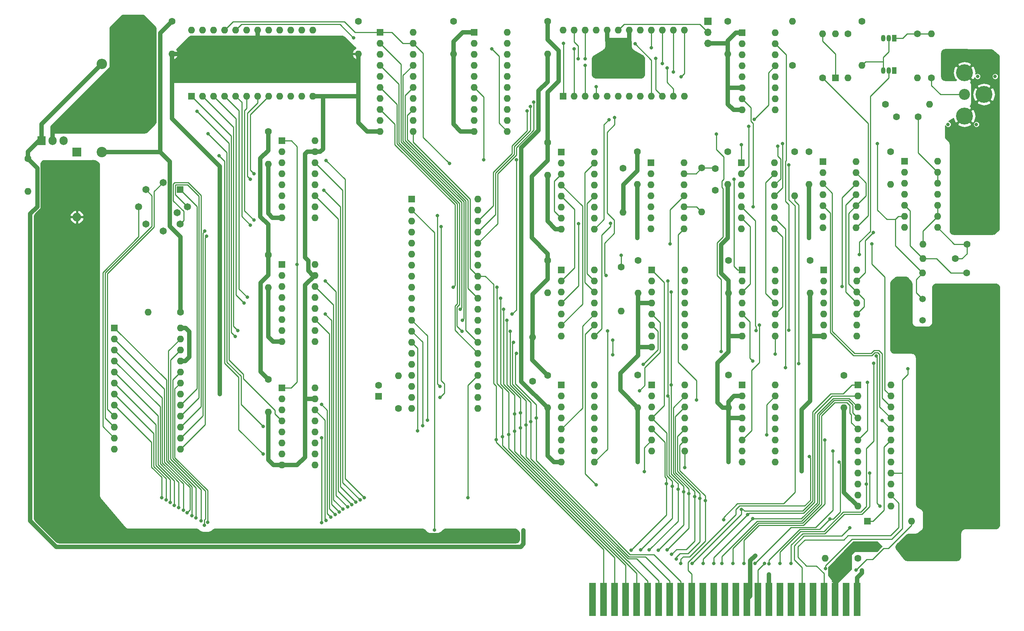
<source format=gbr>
G04 #@! TF.GenerationSoftware,KiCad,Pcbnew,5.1.8-5.1.8*
G04 #@! TF.CreationDate,2022-09-04T11:36:30-07:00*
G04 #@! TF.ProjectId,80cvc,38306376-632e-46b6-9963-61645f706362,rev?*
G04 #@! TF.SameCoordinates,Original*
G04 #@! TF.FileFunction,Copper,L2,Bot*
G04 #@! TF.FilePolarity,Positive*
%FSLAX46Y46*%
G04 Gerber Fmt 4.6, Leading zero omitted, Abs format (unit mm)*
G04 Created by KiCad (PCBNEW 5.1.8-5.1.8) date 2022-09-04 11:36:30*
%MOMM*%
%LPD*%
G01*
G04 APERTURE LIST*
G04 #@! TA.AperFunction,ComponentPad*
%ADD10O,1.600000X1.600000*%
G04 #@! TD*
G04 #@! TA.AperFunction,ComponentPad*
%ADD11R,1.600000X1.600000*%
G04 #@! TD*
G04 #@! TA.AperFunction,ComponentPad*
%ADD12C,1.500000*%
G04 #@! TD*
G04 #@! TA.AperFunction,ComponentPad*
%ADD13R,1.650000X1.650000*%
G04 #@! TD*
G04 #@! TA.AperFunction,ComponentPad*
%ADD14C,1.650000*%
G04 #@! TD*
G04 #@! TA.AperFunction,ComponentPad*
%ADD15C,2.550000*%
G04 #@! TD*
G04 #@! TA.AperFunction,ComponentPad*
%ADD16C,3.900000*%
G04 #@! TD*
G04 #@! TA.AperFunction,ComponentPad*
%ADD17C,1.600000*%
G04 #@! TD*
G04 #@! TA.AperFunction,ComponentPad*
%ADD18R,1.700000X1.700000*%
G04 #@! TD*
G04 #@! TA.AperFunction,ComponentPad*
%ADD19O,1.700000X1.700000*%
G04 #@! TD*
G04 #@! TA.AperFunction,ConnectorPad*
%ADD20R,1.524000X7.620000*%
G04 #@! TD*
G04 #@! TA.AperFunction,ComponentPad*
%ADD21O,1.050000X1.500000*%
G04 #@! TD*
G04 #@! TA.AperFunction,ComponentPad*
%ADD22R,1.050000X1.500000*%
G04 #@! TD*
G04 #@! TA.AperFunction,ComponentPad*
%ADD23R,1.905000X2.000000*%
G04 #@! TD*
G04 #@! TA.AperFunction,ComponentPad*
%ADD24O,1.905000X2.000000*%
G04 #@! TD*
G04 #@! TA.AperFunction,ComponentPad*
%ADD25R,2.000000X2.000000*%
G04 #@! TD*
G04 #@! TA.AperFunction,ComponentPad*
%ADD26O,2.000000X2.000000*%
G04 #@! TD*
G04 #@! TA.AperFunction,ComponentPad*
%ADD27C,2.400000*%
G04 #@! TD*
G04 #@! TA.AperFunction,ComponentPad*
%ADD28O,2.400000X2.400000*%
G04 #@! TD*
G04 #@! TA.AperFunction,ViaPad*
%ADD29C,0.800000*%
G04 #@! TD*
G04 #@! TA.AperFunction,Conductor*
%ADD30C,1.000000*%
G04 #@! TD*
G04 #@! TA.AperFunction,Conductor*
%ADD31C,0.250000*%
G04 #@! TD*
G04 #@! TA.AperFunction,Conductor*
%ADD32C,0.150000*%
G04 #@! TD*
G04 #@! TA.AperFunction,Conductor*
%ADD33C,0.100000*%
G04 #@! TD*
G04 #@! TA.AperFunction,Conductor*
%ADD34C,0.254000*%
G04 #@! TD*
G04 APERTURE END LIST*
D10*
X227584000Y-30353000D03*
D11*
X227584000Y-40513000D03*
D12*
X247650000Y-96367600D03*
X247650000Y-91467600D03*
D13*
X76682600Y-66268600D03*
D14*
X78322600Y-70228600D03*
X76682600Y-74188600D03*
X72722600Y-75828600D03*
X68762600Y-74188600D03*
X67122600Y-70228600D03*
X68762600Y-66268600D03*
X72722600Y-64628600D03*
X75956600Y-71567600D03*
D15*
X257314700Y-44297600D03*
D16*
X257314700Y-39297600D03*
X261814700Y-44297600D03*
X257314700Y-49297600D03*
D10*
X74752200Y-34957400D03*
D17*
X74752200Y-27457400D03*
X255219200Y-82169000D03*
D10*
X247719200Y-82169000D03*
D17*
X76758800Y-94513400D03*
D10*
X69258800Y-94513400D03*
X96926400Y-60357400D03*
D17*
X96926400Y-52857400D03*
X96926400Y-81305400D03*
D10*
X96926400Y-88805400D03*
X96926400Y-117507400D03*
D17*
X96926400Y-110007400D03*
X117703600Y-27457400D03*
D10*
X117703600Y-34957400D03*
X139598400Y-34957400D03*
D17*
X139598400Y-27457400D03*
X161290000Y-27457400D03*
D10*
X161290000Y-34957400D03*
X161290000Y-62897400D03*
D17*
X161290000Y-55397400D03*
D10*
X161315400Y-90050000D03*
D17*
X161315400Y-82550000D03*
X161290000Y-109067600D03*
D10*
X161290000Y-116567600D03*
X181965600Y-65056400D03*
D17*
X181965600Y-57556400D03*
X182118000Y-82575400D03*
D10*
X182118000Y-90075400D03*
X182092600Y-116516800D03*
D17*
X182092600Y-109016800D03*
X202819000Y-27457400D03*
D10*
X202819000Y-34957400D03*
X202793600Y-65056400D03*
D17*
X202793600Y-57556400D03*
D10*
X202971400Y-90075400D03*
D17*
X202971400Y-82575400D03*
X202971400Y-109016800D03*
D10*
X202971400Y-116516800D03*
X221538800Y-65056400D03*
D17*
X221538800Y-57556400D03*
X221742000Y-82575400D03*
D10*
X221742000Y-90075400D03*
X229565200Y-116567600D03*
D17*
X229565200Y-109067600D03*
X240334800Y-57556400D03*
D10*
X240334800Y-65056400D03*
D17*
X41579800Y-59156600D03*
D10*
X41579800Y-66656600D03*
D17*
X199898000Y-66417200D03*
X199898000Y-61417200D03*
X241630200Y-49504600D03*
X246630200Y-49504600D03*
D11*
X122402600Y-113893600D03*
D17*
X122402600Y-111393600D03*
D11*
X234975400Y-142684500D03*
D10*
X245135400Y-142684500D03*
D18*
X198221600Y-27482800D03*
D19*
X198221600Y-30022800D03*
X198221600Y-32562800D03*
D20*
X197040000Y-160731200D03*
X199580000Y-160731200D03*
X202120000Y-160731200D03*
X204660000Y-160731200D03*
X207200000Y-160731200D03*
X209740000Y-160731200D03*
X212280000Y-160731200D03*
X214820000Y-160731200D03*
X217360000Y-160731200D03*
X219900000Y-160731200D03*
X222440000Y-160731200D03*
X224980000Y-160731200D03*
X227520000Y-160731200D03*
X230060000Y-160731200D03*
X232600000Y-160731200D03*
X174180000Y-160731200D03*
X181800000Y-160731200D03*
X171640000Y-160731200D03*
X176720000Y-160731200D03*
X179260000Y-160731200D03*
X191960000Y-160731200D03*
X189420000Y-160731200D03*
X184340000Y-160731200D03*
X194500000Y-160731200D03*
X186880000Y-160731200D03*
D21*
X239903000Y-38833000D03*
X238633000Y-38833000D03*
D22*
X241173000Y-38833000D03*
X241173000Y-31313000D03*
D21*
X238633000Y-31313000D03*
X239903000Y-31313000D03*
D17*
X239141000Y-46558200D03*
D10*
X249301000Y-46558200D03*
X247675400Y-85471000D03*
D17*
X257835400Y-85471000D03*
X257886200Y-78867000D03*
D10*
X247726200Y-78867000D03*
D17*
X217678000Y-37617400D03*
D10*
X217678000Y-27457400D03*
X224624900Y-30353000D03*
D17*
X224624900Y-40513000D03*
D10*
X230524600Y-40513000D03*
D17*
X230524600Y-30353000D03*
D10*
X233730800Y-37617400D03*
D17*
X233730800Y-27457400D03*
D10*
X246507000Y-40513000D03*
D17*
X246507000Y-30353000D03*
X249732800Y-40487600D03*
D10*
X249732800Y-30327600D03*
D17*
X218211400Y-57556400D03*
D10*
X218211400Y-67716400D03*
D17*
X196824600Y-61239400D03*
D10*
X196824600Y-71399400D03*
X178231800Y-94284800D03*
D17*
X178231800Y-84124800D03*
D10*
X178663600Y-71501000D03*
D17*
X178663600Y-61341000D03*
X157810200Y-110413800D03*
D10*
X157810200Y-100253800D03*
X192903900Y-111302800D03*
X185283900Y-126542800D03*
X192903900Y-113842800D03*
X185283900Y-124002800D03*
X192903900Y-116382800D03*
X185283900Y-121462800D03*
X192903900Y-118922800D03*
X185283900Y-118922800D03*
X192903900Y-121462800D03*
X185283900Y-116382800D03*
X192903900Y-124002800D03*
X185283900Y-113842800D03*
X192903900Y-126542800D03*
D11*
X185283900Y-111302800D03*
X130022600Y-68427600D03*
D10*
X145262600Y-116687600D03*
X130022600Y-70967600D03*
X145262600Y-114147600D03*
X130022600Y-73507600D03*
X145262600Y-111607600D03*
X130022600Y-76047600D03*
X145262600Y-109067600D03*
X130022600Y-78587600D03*
X145262600Y-106527600D03*
X130022600Y-81127600D03*
X145262600Y-103987600D03*
X130022600Y-83667600D03*
X145262600Y-101447600D03*
X130022600Y-86207600D03*
X145262600Y-98907600D03*
X130022600Y-88747600D03*
X145262600Y-96367600D03*
X130022600Y-91287600D03*
X145262600Y-93827600D03*
X130022600Y-93827600D03*
X145262600Y-91287600D03*
X130022600Y-96367600D03*
X145262600Y-88747600D03*
X130022600Y-98907600D03*
X145262600Y-86207600D03*
X130022600Y-101447600D03*
X145262600Y-83667600D03*
X130022600Y-103987600D03*
X145262600Y-81127600D03*
X130022600Y-106527600D03*
X145262600Y-78587600D03*
X130022600Y-109067600D03*
X145262600Y-76047600D03*
X130022600Y-111607600D03*
X145262600Y-73507600D03*
X130022600Y-114147600D03*
X145262600Y-70967600D03*
X130022600Y-116687600D03*
X145262600Y-68427600D03*
D11*
X61493400Y-98131000D03*
D10*
X76733400Y-126071000D03*
X61493400Y-100671000D03*
X76733400Y-123531000D03*
X61493400Y-103211000D03*
X76733400Y-120991000D03*
X61493400Y-105751000D03*
X76733400Y-118451000D03*
X61493400Y-108291000D03*
X76733400Y-115911000D03*
X61493400Y-110831000D03*
X76733400Y-113371000D03*
X61493400Y-113371000D03*
X76733400Y-110831000D03*
X61493400Y-115911000D03*
X76733400Y-108291000D03*
X61493400Y-118451000D03*
X76733400Y-105751000D03*
X61493400Y-120991000D03*
X76733400Y-103211000D03*
X61493400Y-123531000D03*
X76733400Y-100671000D03*
X61493400Y-126071000D03*
X76733400Y-98131000D03*
X213563200Y-60071000D03*
X205943200Y-75311000D03*
X213563200Y-62611000D03*
X205943200Y-72771000D03*
X213563200Y-65151000D03*
X205943200Y-70231000D03*
X213563200Y-67691000D03*
X205943200Y-67691000D03*
X213563200Y-70231000D03*
X205943200Y-65151000D03*
X213563200Y-72771000D03*
X205943200Y-62611000D03*
X213563200Y-75311000D03*
D11*
X205943200Y-60071000D03*
X224713800Y-59842400D03*
D10*
X232333800Y-75082400D03*
X224713800Y-62382400D03*
X232333800Y-72542400D03*
X224713800Y-64922400D03*
X232333800Y-70002400D03*
X224713800Y-67462400D03*
X232333800Y-67462400D03*
X224713800Y-70002400D03*
X232333800Y-64922400D03*
X224713800Y-72542400D03*
X232333800Y-62382400D03*
X224713800Y-75082400D03*
X232333800Y-59842400D03*
X192903900Y-84785200D03*
X185283900Y-102565200D03*
X192903900Y-87325200D03*
X185283900Y-100025200D03*
X192903900Y-89865200D03*
X185283900Y-97485200D03*
X192903900Y-92405200D03*
X185283900Y-94945200D03*
X192903900Y-94945200D03*
X185283900Y-92405200D03*
X192903900Y-97485200D03*
X185283900Y-89865200D03*
X192903900Y-100025200D03*
X185283900Y-87325200D03*
X192903900Y-102565200D03*
D11*
X185283900Y-84785200D03*
X164446800Y-111302800D03*
D10*
X172066800Y-129082800D03*
X164446800Y-113842800D03*
X172066800Y-126542800D03*
X164446800Y-116382800D03*
X172066800Y-124002800D03*
X164446800Y-118922800D03*
X172066800Y-121462800D03*
X164446800Y-121462800D03*
X172066800Y-118922800D03*
X164446800Y-124002800D03*
X172066800Y-116382800D03*
X164446800Y-126542800D03*
X172066800Y-113842800D03*
X164446800Y-129082800D03*
X172066800Y-111302800D03*
X107693400Y-111988600D03*
X100073400Y-129768600D03*
X107693400Y-114528600D03*
X100073400Y-127228600D03*
X107693400Y-117068600D03*
X100073400Y-124688600D03*
X107693400Y-119608600D03*
X100073400Y-122148600D03*
X107693400Y-122148600D03*
X100073400Y-119608600D03*
X107693400Y-124688600D03*
X100073400Y-117068600D03*
X107693400Y-127228600D03*
X100073400Y-114528600D03*
X107693400Y-129768600D03*
D11*
X100073400Y-111988600D03*
D10*
X107693400Y-83485532D03*
X100073400Y-101265532D03*
X107693400Y-86025532D03*
X100073400Y-98725532D03*
X107693400Y-88565532D03*
X100073400Y-96185532D03*
X107693400Y-91105532D03*
X100073400Y-93645532D03*
X107693400Y-93645532D03*
X100073400Y-91105532D03*
X107693400Y-96185532D03*
X100073400Y-88565532D03*
X107693400Y-98725532D03*
X100073400Y-86025532D03*
X107693400Y-101265532D03*
D11*
X100073400Y-83485532D03*
X100073400Y-54982466D03*
D10*
X107693400Y-72762466D03*
X100073400Y-57522466D03*
X107693400Y-70222466D03*
X100073400Y-60062466D03*
X107693400Y-67682466D03*
X100073400Y-62602466D03*
X107693400Y-65142466D03*
X100073400Y-65142466D03*
X107693400Y-62602466D03*
X100073400Y-67682466D03*
X107693400Y-60062466D03*
X100073400Y-70222466D03*
X107693400Y-57522466D03*
X100073400Y-72762466D03*
X107693400Y-54982466D03*
D11*
X164446800Y-84785200D03*
D10*
X172066800Y-100025200D03*
X164446800Y-87325200D03*
X172066800Y-97485200D03*
X164446800Y-89865200D03*
X172066800Y-94945200D03*
X164446800Y-92405200D03*
X172066800Y-92405200D03*
X164446800Y-94945200D03*
X172066800Y-89865200D03*
X164446800Y-97485200D03*
X172066800Y-87325200D03*
X164446800Y-100025200D03*
X172066800Y-84785200D03*
D11*
X206121000Y-111302800D03*
D10*
X213741000Y-129082800D03*
X206121000Y-113842800D03*
X213741000Y-126542800D03*
X206121000Y-116382800D03*
X213741000Y-124002800D03*
X206121000Y-118922800D03*
X213741000Y-121462800D03*
X206121000Y-121462800D03*
X213741000Y-118922800D03*
X206121000Y-124002800D03*
X213741000Y-116382800D03*
X206121000Y-126542800D03*
X213741000Y-113842800D03*
X206121000Y-129082800D03*
X213741000Y-111302800D03*
D11*
X206121000Y-84785200D03*
D10*
X213741000Y-100025200D03*
X206121000Y-87325200D03*
X213741000Y-97485200D03*
X206121000Y-89865200D03*
X213741000Y-94945200D03*
X206121000Y-92405200D03*
X213741000Y-92405200D03*
X206121000Y-94945200D03*
X213741000Y-89865200D03*
X206121000Y-97485200D03*
X213741000Y-87325200D03*
X206121000Y-100025200D03*
X213741000Y-84785200D03*
D11*
X79273400Y-44729400D03*
D10*
X107213400Y-29489400D03*
X81813400Y-44729400D03*
X104673400Y-29489400D03*
X84353400Y-44729400D03*
X102133400Y-29489400D03*
X86893400Y-44729400D03*
X99593400Y-29489400D03*
X89433400Y-44729400D03*
X97053400Y-29489400D03*
X91973400Y-44729400D03*
X94513400Y-29489400D03*
X94513400Y-44729400D03*
X91973400Y-29489400D03*
X97053400Y-44729400D03*
X89433400Y-29489400D03*
X99593400Y-44729400D03*
X86893400Y-29489400D03*
X102133400Y-44729400D03*
X84353400Y-29489400D03*
X104673400Y-44729400D03*
X81813400Y-29489400D03*
X107213400Y-44729400D03*
X79273400Y-29489400D03*
D11*
X122699600Y-29979400D03*
D10*
X130319600Y-52839400D03*
X122699600Y-32519400D03*
X130319600Y-50299400D03*
X122699600Y-35059400D03*
X130319600Y-47759400D03*
X122699600Y-37599400D03*
X130319600Y-45219400D03*
X122699600Y-40139400D03*
X130319600Y-42679400D03*
X122699600Y-42679400D03*
X130319600Y-40139400D03*
X122699600Y-45219400D03*
X130319600Y-37599400D03*
X122699600Y-47759400D03*
X130319600Y-35059400D03*
X122699600Y-50299400D03*
X130319600Y-32519400D03*
X122699600Y-52839400D03*
X130319600Y-29979400D03*
D11*
X243484400Y-59740800D03*
D10*
X251104400Y-74980800D03*
X243484400Y-62280800D03*
X251104400Y-72440800D03*
X243484400Y-64820800D03*
X251104400Y-69900800D03*
X243484400Y-67360800D03*
X251104400Y-67360800D03*
X243484400Y-69900800D03*
X251104400Y-64820800D03*
X243484400Y-72440800D03*
X251104400Y-62280800D03*
X243484400Y-74980800D03*
X251104400Y-59740800D03*
X152006000Y-29979400D03*
X144386000Y-52839400D03*
X152006000Y-32519400D03*
X144386000Y-50299400D03*
X152006000Y-35059400D03*
X144386000Y-47759400D03*
X152006000Y-37599400D03*
X144386000Y-45219400D03*
X152006000Y-40139400D03*
X144386000Y-42679400D03*
X152006000Y-42679400D03*
X144386000Y-40139400D03*
X152006000Y-45219400D03*
X144386000Y-37599400D03*
X152006000Y-47759400D03*
X144386000Y-35059400D03*
X152006000Y-50299400D03*
X144386000Y-32519400D03*
X152006000Y-52839400D03*
D11*
X144386000Y-29979400D03*
D10*
X172066800Y-57581800D03*
X164446800Y-75361800D03*
X172066800Y-60121800D03*
X164446800Y-72821800D03*
X172066800Y-62661800D03*
X164446800Y-70281800D03*
X172066800Y-65201800D03*
X164446800Y-67741800D03*
X172066800Y-67741800D03*
X164446800Y-65201800D03*
X172066800Y-70281800D03*
X164446800Y-62661800D03*
X172066800Y-72821800D03*
X164446800Y-60121800D03*
X172066800Y-75361800D03*
D11*
X164446800Y-57581800D03*
D10*
X164896800Y-29489400D03*
X192836800Y-44729400D03*
X167436800Y-29489400D03*
X190296800Y-44729400D03*
X169976800Y-29489400D03*
X187756800Y-44729400D03*
X172516800Y-29489400D03*
X185216800Y-44729400D03*
X175056800Y-29489400D03*
X182676800Y-44729400D03*
X177596800Y-29489400D03*
X180136800Y-44729400D03*
X180136800Y-29489400D03*
X177596800Y-44729400D03*
X182676800Y-29489400D03*
X175056800Y-44729400D03*
X185216800Y-29489400D03*
X172516800Y-44729400D03*
X187756800Y-29489400D03*
X169976800Y-44729400D03*
X190296800Y-29489400D03*
X167436800Y-44729400D03*
X192836800Y-29489400D03*
D11*
X164896800Y-44729400D03*
X206121000Y-30124400D03*
D10*
X213741000Y-47904400D03*
X206121000Y-32664400D03*
X213741000Y-45364400D03*
X206121000Y-35204400D03*
X213741000Y-42824400D03*
X206121000Y-37744400D03*
X213741000Y-40284400D03*
X206121000Y-40284400D03*
X213741000Y-37744400D03*
X206121000Y-42824400D03*
X213741000Y-35204400D03*
X206121000Y-45364400D03*
X213741000Y-32664400D03*
X206121000Y-47904400D03*
X213741000Y-30124400D03*
D23*
X44729400Y-55016400D03*
D24*
X47269400Y-55016400D03*
X49809400Y-55016400D03*
D10*
X232511600Y-84785200D03*
X224891600Y-100025200D03*
X232511600Y-87325200D03*
X224891600Y-97485200D03*
X232511600Y-89865200D03*
X224891600Y-94945200D03*
X232511600Y-92405200D03*
X224891600Y-92405200D03*
X232511600Y-94945200D03*
X224891600Y-89865200D03*
X232511600Y-97485200D03*
X224891600Y-87325200D03*
X232511600Y-100025200D03*
D11*
X224891600Y-84785200D03*
D10*
X192726100Y-60045600D03*
X185106100Y-75285600D03*
X192726100Y-62585600D03*
X185106100Y-72745600D03*
X192726100Y-65125600D03*
X185106100Y-70205600D03*
X192726100Y-67665600D03*
X185106100Y-67665600D03*
X192726100Y-70205600D03*
X185106100Y-65125600D03*
X192726100Y-72745600D03*
X185106100Y-62585600D03*
X192726100Y-75285600D03*
D11*
X185106100Y-60045600D03*
D25*
X52857400Y-57581800D03*
D26*
X52857400Y-72581800D03*
D27*
X58648600Y-57581800D03*
D28*
X58648600Y-37261800D03*
D17*
X126923800Y-116662200D03*
D10*
X126923800Y-109162200D03*
D11*
X232740200Y-111302800D03*
D10*
X240360200Y-139242800D03*
X232740200Y-113842800D03*
X240360200Y-136702800D03*
X232740200Y-116382800D03*
X240360200Y-134162800D03*
X232740200Y-118922800D03*
X240360200Y-131622800D03*
X232740200Y-121462800D03*
X240360200Y-129082800D03*
X232740200Y-124002800D03*
X240360200Y-126542800D03*
X232740200Y-126542800D03*
X240360200Y-124002800D03*
X232740200Y-129082800D03*
X240360200Y-121462800D03*
X232740200Y-131622800D03*
X240360200Y-118922800D03*
X232740200Y-134162800D03*
X240360200Y-116382800D03*
X232740200Y-136702800D03*
X240360200Y-113842800D03*
X232740200Y-139242800D03*
X240360200Y-111302800D03*
D17*
X232765600Y-151257000D03*
D10*
X225265600Y-151257000D03*
D29*
X253555500Y-51216560D03*
X260070600Y-51216560D03*
X260350000Y-40157400D03*
X264388600Y-40157400D03*
X229616000Y-131191000D03*
X202971400Y-129082800D03*
X221538800Y-77419200D03*
X181965600Y-77419200D03*
X202793600Y-77419200D03*
X105435400Y-101269800D03*
X105435400Y-72771000D03*
X85775800Y-113360200D03*
X85775800Y-63093600D03*
X155244800Y-66294000D03*
X155244800Y-57835800D03*
X85775800Y-87020400D03*
X228777800Y-154533600D03*
X229606987Y-153686387D03*
X202971400Y-102311200D03*
X219811600Y-131191000D03*
X182118000Y-102565200D03*
X182092600Y-129082800D03*
X155244800Y-90043000D03*
X209118200Y-150622000D03*
X212293200Y-154940000D03*
X232638600Y-149225000D03*
X236880400Y-149225000D03*
X235483400Y-149225000D03*
X234111800Y-149225000D03*
X180143800Y-34957400D03*
X175056800Y-34950400D03*
X74752200Y-41148000D03*
X117703600Y-41198800D03*
X65798700Y-26466800D03*
X70662800Y-29108400D03*
X60934600Y-29108400D03*
X47269400Y-52527200D03*
X54711600Y-52806600D03*
X62153800Y-52806600D03*
X69596000Y-51866800D03*
X51917600Y-47193200D03*
X70662800Y-40487600D03*
X242062000Y-148691600D03*
X244500400Y-146177000D03*
X244373400Y-151257000D03*
X255397000Y-151079200D03*
X255651000Y-143891000D03*
X248412000Y-143637000D03*
X242620800Y-87553800D03*
X242620800Y-92532200D03*
X242620800Y-97510600D03*
X242620800Y-102489000D03*
X251256800Y-98412300D03*
X255587500Y-98412300D03*
X264363200Y-98412300D03*
X254101600Y-88722200D03*
X260426200Y-88925400D03*
X264363200Y-90627200D03*
X251282200Y-90678000D03*
X247167400Y-106197400D03*
X247167400Y-113982500D03*
X247167400Y-129552700D03*
X247167400Y-137337800D03*
X264363200Y-137337800D03*
X264363200Y-129552700D03*
X264363200Y-113982500D03*
X264363200Y-106197400D03*
X247167400Y-121767600D03*
X264363200Y-121767600D03*
X255587500Y-113982500D03*
X255765300Y-129552700D03*
X259638800Y-76022200D03*
X264591800Y-74777600D03*
X255092200Y-74777600D03*
X253339600Y-35509200D03*
X264591800Y-35509200D03*
X258711700Y-35509200D03*
X253339600Y-40157400D03*
X253898400Y-54229000D03*
X264591800Y-51216560D03*
X255092200Y-59070240D03*
X255092200Y-66923920D03*
X264591800Y-66923920D03*
X264591800Y-59070240D03*
X153873200Y-147269200D03*
X148361400Y-147269200D03*
X135864600Y-147269200D03*
X124197528Y-147269200D03*
X114305640Y-147269200D03*
X104413752Y-147269200D03*
X114305640Y-144805400D03*
X124197528Y-144805400D03*
X104413752Y-144805400D03*
X94521864Y-147269200D03*
X94521864Y-144805400D03*
X84629976Y-147269200D03*
X84629976Y-144805400D03*
X74738088Y-147269200D03*
X56921400Y-136880600D03*
X64846200Y-147269200D03*
X48895000Y-147269200D03*
X43738800Y-136880600D03*
X45821600Y-59969400D03*
X56565800Y-59842400D03*
X45339000Y-66624200D03*
X57073800Y-66852800D03*
X56921400Y-74422000D03*
X43738800Y-74422000D03*
X43738800Y-105651300D03*
X43738800Y-90036650D03*
X43738800Y-121265950D03*
X56921400Y-121265950D03*
X56921400Y-105651300D03*
X56921400Y-90036650D03*
X148361400Y-144780000D03*
X138709400Y-144780000D03*
X74738088Y-144805400D03*
X64846200Y-144805400D03*
X72034400Y-57581800D03*
X232308400Y-153974800D03*
X82194400Y-143637000D03*
X208584800Y-105791000D03*
X244322600Y-107594400D03*
X225323400Y-153593800D03*
X211292811Y-152400000D03*
X135229600Y-144754600D03*
X201853800Y-142341600D03*
X230911400Y-144195800D03*
X216865200Y-60604400D03*
X81432400Y-142570200D03*
X110261400Y-142494000D03*
X207391000Y-141173200D03*
X197129400Y-152400000D03*
X82956400Y-142976600D03*
X109270800Y-143052800D03*
X109270800Y-123444000D03*
X208584800Y-142138400D03*
X199593200Y-152400000D03*
X201422000Y-152400000D03*
X203987400Y-152400000D03*
X235000800Y-110693200D03*
X225145600Y-124002800D03*
X206527400Y-152400000D03*
X226974400Y-126542800D03*
X209067400Y-152400000D03*
X172516800Y-134340600D03*
X226364800Y-142214600D03*
X212293200Y-152476200D03*
X228422200Y-129082800D03*
X214807800Y-152400000D03*
X234696000Y-134162800D03*
X236423200Y-106248200D03*
X216103200Y-107340400D03*
X217347800Y-152400000D03*
X235458000Y-131622800D03*
X72390000Y-137312400D03*
X119100600Y-137312400D03*
X110236000Y-59537600D03*
X188645800Y-134086600D03*
X180568600Y-149352000D03*
X142925800Y-137287000D03*
X149453600Y-123901200D03*
X82727800Y-77012800D03*
X153670000Y-121945400D03*
X153670000Y-118008400D03*
X151180800Y-93827600D03*
X141198600Y-93827600D03*
X75311000Y-139039600D03*
X116154200Y-138861800D03*
X192608200Y-135940800D03*
X189738000Y-111302800D03*
X189738000Y-89865200D03*
X186766200Y-149352000D03*
X73406000Y-137820400D03*
X118135400Y-137820400D03*
X190017400Y-134670800D03*
X182702200Y-149326600D03*
X149631400Y-88747600D03*
X150901400Y-123229210D03*
X139522200Y-88773000D03*
X150444200Y-91287600D03*
X152349200Y-122670410D03*
X74320400Y-138379200D03*
X117144800Y-138277600D03*
X109728000Y-66421000D03*
X191338200Y-135356600D03*
X189001400Y-113842800D03*
X189001400Y-87325200D03*
X184708800Y-149326600D03*
X79375000Y-141401800D03*
X112344200Y-141147800D03*
X197612000Y-137922000D03*
X191973200Y-152400000D03*
X158648400Y-118922800D03*
X154127200Y-103987600D03*
X157454600Y-119761000D03*
X153441400Y-101447600D03*
X78282800Y-140716000D03*
X113309400Y-140538200D03*
X110058200Y-94919800D03*
X196392800Y-137464800D03*
X190931800Y-151384000D03*
X76327000Y-139598400D03*
X115239800Y-139420600D03*
X110109000Y-87299800D03*
X193852800Y-136372600D03*
X188798200Y-149326600D03*
X82346800Y-75844400D03*
X155041600Y-121208800D03*
X151917400Y-96367600D03*
X141630400Y-96367600D03*
X155041600Y-117703600D03*
X80314800Y-141935200D03*
X111353600Y-141782800D03*
X109220000Y-115798600D03*
X205968600Y-139954000D03*
X194564000Y-152400000D03*
X221564200Y-127812800D03*
X152654000Y-98933000D03*
X156337000Y-120486010D03*
X141605000Y-98907600D03*
X77368400Y-140182600D03*
X114173000Y-139928600D03*
X195148200Y-136982200D03*
X189865000Y-150342600D03*
X178231800Y-81432400D03*
X233146600Y-81254600D03*
X116636800Y-31267400D03*
X148463000Y-33832800D03*
X207645000Y-51638200D03*
X175412400Y-50139600D03*
X237261400Y-55651400D03*
X215442800Y-55626000D03*
X219125800Y-106349800D03*
X183286400Y-106527600D03*
X183565800Y-131292600D03*
X192887600Y-130327400D03*
X176326800Y-104343200D03*
X176326800Y-100990400D03*
X133604000Y-119380000D03*
X132486400Y-120650000D03*
X131368800Y-121894600D03*
X158115000Y-46101000D03*
X157327600Y-47091600D03*
X135915400Y-72237600D03*
X136499600Y-111607600D03*
X156591000Y-48107600D03*
X136753600Y-74777600D03*
X136474200Y-114147600D03*
X237032800Y-104571800D03*
X237871000Y-139217400D03*
X213741000Y-104140000D03*
X201295000Y-103606600D03*
X200202800Y-53492400D03*
X138684000Y-60248800D03*
X182448200Y-112649000D03*
X238353600Y-119456200D03*
X205943200Y-55880000D03*
X103606600Y-83489800D03*
X214299800Y-56261000D03*
X209346800Y-98755200D03*
X208610200Y-70231000D03*
X229133400Y-88595200D03*
X175082200Y-98856800D03*
X211759800Y-122758200D03*
X95758000Y-127228600D03*
X85598000Y-58420000D03*
X83058000Y-53340000D03*
X95758000Y-120853200D03*
X80543400Y-48234600D03*
X89941400Y-98729800D03*
X91389200Y-92405200D03*
X92125800Y-91084400D03*
X89382600Y-100101400D03*
X92811600Y-74422000D03*
X93624400Y-62585600D03*
X92811600Y-63906400D03*
X93624400Y-73304400D03*
X208915000Y-50038000D03*
X176758600Y-49606200D03*
X174752000Y-86029800D03*
X175818800Y-74041000D03*
X168452800Y-74117200D03*
X146583400Y-59359800D03*
X154076400Y-59359800D03*
X153136600Y-94919800D03*
X195605400Y-114731800D03*
X210083400Y-97485200D03*
X204280406Y-63852884D03*
X236347000Y-76149200D03*
X164973000Y-32512000D03*
X172516800Y-42494200D03*
X169976800Y-36068000D03*
X169976800Y-37642800D03*
X168300400Y-36068000D03*
X167436800Y-33807400D03*
X188849000Y-38176200D03*
X186232800Y-36042600D03*
X181457600Y-32664400D03*
X185216800Y-33553400D03*
X187756800Y-37185600D03*
X190296800Y-39116000D03*
X192024000Y-40284400D03*
X216839800Y-98704400D03*
X233705400Y-154101800D03*
X155752800Y-144780000D03*
X189484000Y-78740000D03*
X235966000Y-78765400D03*
D30*
X229565200Y-136067800D02*
X229565200Y-116567600D01*
X232740200Y-139242800D02*
X229565200Y-136067800D01*
X206121000Y-118922800D02*
X202971400Y-118922800D01*
X202971400Y-118922800D02*
X202971400Y-129082800D01*
X202971400Y-116516800D02*
X202971400Y-118922800D01*
X206121000Y-113842800D02*
X204266800Y-113842800D01*
X202971400Y-115138200D02*
X202971400Y-116516800D01*
X204266800Y-113842800D02*
X202971400Y-115138200D01*
X206121000Y-30124400D02*
X204622400Y-30124400D01*
X204622400Y-30124400D02*
X202819000Y-31927800D01*
X202768200Y-32562800D02*
X202819000Y-32613600D01*
X198221600Y-32562800D02*
X202768200Y-32562800D01*
X202819000Y-32613600D02*
X202819000Y-34957400D01*
X202819000Y-31927800D02*
X202819000Y-32613600D01*
X204139800Y-47904400D02*
X206121000Y-47904400D01*
X202819000Y-46583600D02*
X204139800Y-47904400D01*
X206121000Y-42824400D02*
X202819000Y-42824400D01*
X202819000Y-42824400D02*
X202819000Y-46583600D01*
X202819000Y-34957400D02*
X202819000Y-42824400D01*
X155244800Y-110522400D02*
X161290000Y-116567600D01*
X161290000Y-116567600D02*
X161290000Y-127635000D01*
X162737800Y-129082800D02*
X164446800Y-129082800D01*
X161290000Y-127635000D02*
X162737800Y-129082800D01*
X221538800Y-65056400D02*
X221538800Y-77419200D01*
X161290000Y-62897400D02*
X161290000Y-73558400D01*
X163093400Y-75361800D02*
X164446800Y-75361800D01*
X161290000Y-73558400D02*
X163093400Y-75361800D01*
X181965600Y-65056400D02*
X181965600Y-77393800D01*
X202793600Y-65056400D02*
X202793600Y-77419200D01*
X96926400Y-60357400D02*
X96926400Y-71755000D01*
X97933866Y-72762466D02*
X100073400Y-72762466D01*
X96926400Y-71755000D02*
X97933866Y-72762466D01*
X96926400Y-88805400D02*
X96926400Y-100152200D01*
X98039732Y-101265532D02*
X100073400Y-101265532D01*
X96926400Y-100152200D02*
X98039732Y-101265532D01*
X96926400Y-117507400D02*
X96926400Y-128524000D01*
X98171000Y-129768600D02*
X100073400Y-129768600D01*
X96926400Y-128524000D02*
X98171000Y-129768600D01*
X119743000Y-52839400D02*
X122699600Y-52839400D01*
X117703600Y-50800000D02*
X119743000Y-52839400D01*
X117703600Y-44729400D02*
X117703600Y-50800000D01*
X117703600Y-34957400D02*
X117703600Y-41198800D01*
X107693400Y-57522466D02*
X108923734Y-57522466D01*
X108923734Y-57522466D02*
X109550200Y-56896000D01*
X109550200Y-44754800D02*
X109524800Y-44729400D01*
X109550200Y-56896000D02*
X109550200Y-44754800D01*
X109524800Y-44729400D02*
X117703600Y-44729400D01*
X107213400Y-44729400D02*
X109524800Y-44729400D01*
X107693400Y-86025532D02*
X107234532Y-86025532D01*
X106193399Y-84984399D02*
X106193399Y-82655601D01*
X107234532Y-86025532D02*
X106193399Y-84984399D01*
X106193399Y-82655601D02*
X105435400Y-81897602D01*
X105951934Y-57522466D02*
X107693400Y-57522466D01*
X105435400Y-58039000D02*
X105951934Y-57522466D01*
X103606600Y-129768600D02*
X100073400Y-129768600D01*
X105435400Y-127939800D02*
X103606600Y-129768600D01*
X107693400Y-86025532D02*
X105435400Y-88283532D01*
X107693400Y-114528600D02*
X105435400Y-114528600D01*
X105435400Y-114528600D02*
X105435400Y-127939800D01*
X105435400Y-101269800D02*
X105435400Y-114528600D01*
X105435400Y-88283532D02*
X105435400Y-101269800D01*
X105435400Y-72771000D02*
X105435400Y-58039000D01*
X105435400Y-81897602D02*
X105435400Y-72771000D01*
X74752200Y-34957400D02*
X74752200Y-41148000D01*
X74752200Y-49911000D02*
X85775800Y-60934600D01*
X74752200Y-34957400D02*
X92423600Y-34957400D01*
X94513400Y-32867600D02*
X94513400Y-29489400D01*
X92423600Y-34957400D02*
X94513400Y-32867600D01*
X85775800Y-63093600D02*
X85775800Y-86969600D01*
X85775800Y-60934600D02*
X85775800Y-63093600D01*
X139598400Y-34957400D02*
X139598400Y-51181000D01*
X141256800Y-52839400D02*
X144386000Y-52839400D01*
X139598400Y-51181000D02*
X141256800Y-52839400D01*
X85775800Y-86969600D02*
X85775800Y-113360200D01*
X227520000Y-160731200D02*
X227520000Y-156933400D01*
X229946200Y-149834600D02*
X229946200Y-153339800D01*
X234010200Y-148615400D02*
X231165400Y-148615400D01*
X234416600Y-149021800D02*
X234010200Y-148615400D01*
X234416600Y-149225000D02*
X234416600Y-149021800D01*
X231952800Y-149225000D02*
X232638600Y-149225000D01*
X230886000Y-150291800D02*
X231952800Y-149225000D01*
X230886000Y-153619200D02*
X230886000Y-150291800D01*
X227520000Y-156985200D02*
X230886000Y-153619200D01*
X231165400Y-148615400D02*
X229946200Y-149834600D01*
X227520000Y-160731200D02*
X227520000Y-156985200D01*
X227393500Y-155917900D02*
X228777800Y-154533600D01*
X227368100Y-155917900D02*
X227393500Y-155917900D01*
X229946200Y-153339800D02*
X229606987Y-153686387D01*
X229946200Y-149834600D02*
X229946200Y-149860000D01*
X202793600Y-77419200D02*
X201295000Y-78917800D01*
X201295000Y-78917800D02*
X201295000Y-85547200D01*
X202971400Y-87223600D02*
X202971400Y-90075400D01*
X201295000Y-85547200D02*
X202971400Y-87223600D01*
X202971400Y-102311200D02*
X202971400Y-103657400D01*
X202971400Y-103657400D02*
X200456800Y-106172000D01*
X200456800Y-106172000D02*
X200456800Y-115341400D01*
X201632200Y-116516800D02*
X202971400Y-116516800D01*
X200456800Y-115341400D02*
X201632200Y-116516800D01*
X224891600Y-100025200D02*
X221742000Y-100025200D01*
X221742000Y-90075400D02*
X221742000Y-100025200D01*
X206121000Y-100025200D02*
X202971400Y-100025200D01*
X202971400Y-100025200D02*
X202971400Y-102311200D01*
X202971400Y-90075400D02*
X202971400Y-100025200D01*
X219811600Y-116916200D02*
X219811600Y-131191000D01*
X221742000Y-114985800D02*
X219811600Y-116916200D01*
X221742000Y-100025200D02*
X221742000Y-114985800D01*
X185283900Y-102565200D02*
X182118000Y-102565200D01*
X185283900Y-92405200D02*
X182118000Y-92405200D01*
X182118000Y-92405200D02*
X182118000Y-102565200D01*
X182118000Y-90075400D02*
X182118000Y-92405200D01*
X182118000Y-102565200D02*
X182118000Y-104521000D01*
X182118000Y-104521000D02*
X178054000Y-108585000D01*
X178054000Y-112478200D02*
X182092600Y-116516800D01*
X178054000Y-108585000D02*
X178054000Y-112478200D01*
X182092600Y-116516800D02*
X182092600Y-129082800D01*
X155244800Y-63525400D02*
X155244800Y-66294000D01*
X159232600Y-52603400D02*
X155244800Y-56591200D01*
X159232600Y-43459400D02*
X159232600Y-52603400D01*
X155244800Y-56591200D02*
X155244800Y-63525400D01*
X161290000Y-41402000D02*
X159232600Y-43459400D01*
X161290000Y-34957400D02*
X161290000Y-41402000D01*
X155244800Y-90043000D02*
X155244800Y-110522400D01*
X155244800Y-66294000D02*
X155244800Y-90043000D01*
X144386000Y-29979400D02*
X141750000Y-29979400D01*
X139598400Y-32131000D02*
X139598400Y-34957400D01*
X141750000Y-29979400D02*
X139598400Y-32131000D01*
X212280000Y-154953200D02*
X212293200Y-154940000D01*
X212280000Y-160731200D02*
X212280000Y-154953200D01*
X232638600Y-149225000D02*
X234111800Y-149225000D01*
X234111800Y-149225000D02*
X234416600Y-149225000D01*
X207967398Y-159963802D02*
X207967398Y-151772802D01*
X207200000Y-160731200D02*
X207967398Y-159963802D01*
X207967398Y-151772802D02*
X209118200Y-150622000D01*
X175056800Y-29489400D02*
X175056800Y-31953200D01*
X175056800Y-31953200D02*
X180136800Y-31953200D01*
X180136800Y-31953200D02*
X180136800Y-29489400D01*
X107169600Y-34957400D02*
X92423600Y-34957400D01*
X107213400Y-35001200D02*
X107169600Y-34957400D01*
X74752200Y-41148000D02*
X74752200Y-49911000D01*
X117703600Y-41198800D02*
X117703600Y-44729400D01*
X47269400Y-55016400D02*
X47269400Y-52527200D01*
X47269400Y-51841400D02*
X51917600Y-47193200D01*
X60934600Y-38176200D02*
X60934600Y-29108400D01*
X60934600Y-29032200D02*
X63500000Y-26466800D01*
X63500000Y-26466800D02*
X66040000Y-26466800D01*
X68122800Y-26466800D02*
X70662800Y-29006800D01*
X70662800Y-29006800D02*
X70662800Y-29286200D01*
X70662800Y-50800000D02*
X69596000Y-51866800D01*
X68656200Y-52806600D02*
X64566800Y-52806600D01*
X66040000Y-26466800D02*
X68122800Y-26466800D01*
X70662800Y-29286200D02*
X70662800Y-39547800D01*
X60934600Y-29108400D02*
X60934600Y-29032200D01*
X47269400Y-52527200D02*
X47269400Y-51841400D01*
X56464200Y-52806600D02*
X47879000Y-52806600D01*
X64566800Y-52806600D02*
X56464200Y-52806600D01*
X69596000Y-51866800D02*
X68656200Y-52806600D01*
X51917600Y-47193200D02*
X60934600Y-38176200D01*
X70662800Y-39547800D02*
X70662800Y-50800000D01*
X74752200Y-27457400D02*
X72034400Y-30175200D01*
X72034400Y-30175200D02*
X72034400Y-57581800D01*
X72034400Y-57581800D02*
X58648600Y-57581800D01*
X157784800Y-100279200D02*
X157810200Y-100253800D01*
X157784800Y-105562400D02*
X157784800Y-100279200D01*
X161290000Y-109067600D02*
X157784800Y-105562400D01*
X161290000Y-27457400D02*
X161290000Y-31724600D01*
X161290000Y-31724600D02*
X163830000Y-34264600D01*
X163830000Y-34264600D02*
X163830000Y-41300400D01*
X161290000Y-43840400D02*
X161290000Y-55397400D01*
X163830000Y-41300400D02*
X161290000Y-43840400D01*
X161315400Y-82550000D02*
X161315400Y-86893400D01*
X157810200Y-90398600D02*
X157810200Y-100253800D01*
X161315400Y-86893400D02*
X157810200Y-90398600D01*
X77865600Y-105751000D02*
X76733400Y-105751000D01*
X78790800Y-104825800D02*
X77865600Y-105751000D01*
X78790800Y-99034600D02*
X78790800Y-104825800D01*
X77887200Y-98131000D02*
X78790800Y-99034600D01*
X76733400Y-98131000D02*
X77887200Y-98131000D01*
X74247601Y-59795001D02*
X72034400Y-57581800D01*
X74247601Y-74679401D02*
X74247601Y-59795001D01*
X76758800Y-77190600D02*
X74247601Y-74679401D01*
X76758800Y-94513400D02*
X76758800Y-77190600D01*
X96926400Y-85928200D02*
X96926400Y-81305400D01*
X95148400Y-87706200D02*
X96926400Y-85928200D01*
X95148400Y-108229400D02*
X95148400Y-87706200D01*
X96926400Y-110007400D02*
X95148400Y-108229400D01*
X95097600Y-59055000D02*
X95097600Y-72491600D01*
X96926400Y-57226200D02*
X95097600Y-59055000D01*
X96926400Y-52857400D02*
X96926400Y-57226200D01*
X96926400Y-74320400D02*
X96926400Y-81305400D01*
X95097600Y-72491600D02*
X96926400Y-74320400D01*
X181965600Y-57556400D02*
X181965600Y-61899800D01*
X181965600Y-61899800D02*
X178714400Y-65151000D01*
X178714400Y-71450200D02*
X178663600Y-71501000D01*
X178714400Y-65151000D02*
X178714400Y-71450200D01*
X161315400Y-81026000D02*
X161315400Y-82550000D01*
X157657800Y-77368400D02*
X161315400Y-81026000D01*
X157657800Y-63169800D02*
X157657800Y-77368400D01*
X161290000Y-59537600D02*
X157657800Y-63169800D01*
X161290000Y-55397400D02*
X161290000Y-59537600D01*
D31*
X257886200Y-78867000D02*
X257886200Y-81026000D01*
X256743200Y-82169000D02*
X255219200Y-82169000D01*
X257886200Y-81026000D02*
X256743200Y-82169000D01*
X254990600Y-78867000D02*
X251104400Y-74980800D01*
X257886200Y-78867000D02*
X254990600Y-78867000D01*
X257835400Y-85471000D02*
X254228600Y-85471000D01*
X250926600Y-82169000D02*
X247719200Y-82169000D01*
X254228600Y-85471000D02*
X250926600Y-82169000D01*
X244754400Y-71170800D02*
X243484400Y-69900800D01*
X244754400Y-79204200D02*
X244754400Y-71170800D01*
X247719200Y-82169000D02*
X244754400Y-79204200D01*
X195478400Y-62585600D02*
X196824600Y-61239400D01*
X192726100Y-62585600D02*
X195478400Y-62585600D01*
X199720200Y-61239400D02*
X199898000Y-61417200D01*
X196824600Y-61239400D02*
X199720200Y-61239400D01*
X251104400Y-64820800D02*
X251104400Y-62280800D01*
X246630200Y-57806600D02*
X246630200Y-49504600D01*
X251104400Y-62280800D02*
X246630200Y-57806600D01*
X224624900Y-30353000D02*
X224624900Y-32054800D01*
X227584000Y-35013900D02*
X227584000Y-40513000D01*
X224624900Y-32054800D02*
X227584000Y-35013900D01*
X239903000Y-31313000D02*
X239903000Y-34493200D01*
X239903000Y-34493200D02*
X238633000Y-35763200D01*
X233730800Y-37617400D02*
X234543600Y-36804600D01*
X234543600Y-36804600D02*
X238582200Y-36804600D01*
X238633000Y-36855400D02*
X238633000Y-38833000D01*
X238582200Y-36804600D02*
X238633000Y-36855400D01*
X238633000Y-35763200D02*
X238633000Y-36855400D01*
X245110000Y-143637000D02*
X245110000Y-142671800D01*
X239776000Y-148971000D02*
X245110000Y-143637000D01*
X238709200Y-148971000D02*
X239776000Y-148971000D01*
X236194600Y-151485600D02*
X238709200Y-148971000D01*
X234797600Y-151485600D02*
X236194600Y-151485600D01*
X232308400Y-153974800D02*
X234797600Y-151485600D01*
X76733400Y-108291000D02*
X74930000Y-110094400D01*
X74930000Y-110094400D02*
X74930000Y-128244600D01*
X74930000Y-128244600D02*
X82473800Y-135788400D01*
X82473800Y-135788400D02*
X82473800Y-142138400D01*
X82194400Y-142417800D02*
X82194400Y-143637000D01*
X82473800Y-142138400D02*
X82194400Y-142417800D01*
X234950000Y-142671800D02*
X236270800Y-142671800D01*
X236270800Y-142671800D02*
X238785400Y-140157200D01*
X238785400Y-125577600D02*
X240360200Y-124002800D01*
X238785400Y-140157200D02*
X238785400Y-125577600D01*
X177596800Y-29489400D02*
X178943000Y-28143200D01*
X196342000Y-28143200D02*
X198221600Y-30022800D01*
X178943000Y-28143200D02*
X196342000Y-28143200D01*
X213563200Y-62611000D02*
X211505800Y-64668400D01*
X211505800Y-90170000D02*
X213741000Y-92405200D01*
X211505800Y-64668400D02*
X211505800Y-90170000D01*
X243027200Y-131622800D02*
X240360200Y-131622800D01*
X225323400Y-152958800D02*
X225323400Y-153593800D01*
X231419400Y-146862800D02*
X225323400Y-152958800D01*
X240588800Y-146862800D02*
X231419400Y-146862800D01*
X243027200Y-144424400D02*
X240588800Y-146862800D01*
X243027200Y-131622800D02*
X243027200Y-144424400D01*
X209740000Y-153952811D02*
X211292811Y-152400000D01*
X209740000Y-160731200D02*
X209740000Y-153952811D01*
X243027200Y-110134400D02*
X243027200Y-131622800D01*
X244322600Y-108839000D02*
X243027200Y-110134400D01*
X244322600Y-107594400D02*
X244322600Y-108839000D01*
X207899000Y-96723200D02*
X206121000Y-94945200D01*
X207899000Y-105105200D02*
X207899000Y-96723200D01*
X208584800Y-105791000D02*
X207899000Y-105105200D01*
X130022600Y-70967600D02*
X135229600Y-76174600D01*
X135229600Y-76174600D02*
X135229600Y-144754600D01*
X216865200Y-68605400D02*
X216865200Y-60604400D01*
X218262200Y-90322400D02*
X218262200Y-70002400D01*
X218262200Y-70002400D02*
X216865200Y-68605400D01*
X218262200Y-94447798D02*
X218262200Y-90297000D01*
X218262200Y-136042400D02*
X218262200Y-94447798D01*
X215646000Y-138658600D02*
X218262200Y-136042400D01*
X205003400Y-138658600D02*
X215646000Y-138658600D01*
X201853800Y-141808200D02*
X205003400Y-138658600D01*
X201853800Y-142341600D02*
X201853800Y-141808200D01*
X219900000Y-153352000D02*
X219900000Y-160731200D01*
X218109800Y-151561800D02*
X219900000Y-153352000D01*
X218109800Y-148336000D02*
X218109800Y-151561800D01*
X220345000Y-146100800D02*
X218109800Y-148336000D01*
X229006400Y-146100800D02*
X220345000Y-146100800D01*
X230911400Y-144195800D02*
X229006400Y-146100800D01*
X224980000Y-160731200D02*
X224980000Y-154749000D01*
X224980000Y-154749000D02*
X223215200Y-152984200D01*
X223215200Y-152984200D02*
X220929200Y-152984200D01*
X220929200Y-152984200D02*
X218973400Y-151028400D01*
X218973400Y-151028400D02*
X218973400Y-148564600D01*
X218973400Y-148564600D02*
X220548200Y-146989800D01*
X220548200Y-146989800D02*
X229514400Y-146989800D01*
X229514400Y-146989800D02*
X230505000Y-145999200D01*
X230505000Y-145999200D02*
X240334800Y-145999200D01*
X240334800Y-145999200D02*
X242163600Y-144170400D01*
X242163600Y-138506200D02*
X240360200Y-136702800D01*
X242163600Y-144170400D02*
X242163600Y-138506200D01*
X76733400Y-103211000D02*
X74447400Y-105497000D01*
X74447400Y-105497000D02*
X74447400Y-128422400D01*
X81432400Y-135407400D02*
X81432400Y-142570200D01*
X74447400Y-128422400D02*
X81432400Y-135407400D01*
X222808800Y-117856000D02*
X226822000Y-113842800D01*
X220243400Y-140817600D02*
X222808800Y-138252200D01*
X207746600Y-140817600D02*
X220243400Y-140817600D01*
X222808800Y-138252200D02*
X222808800Y-117856000D01*
X197129400Y-151434800D02*
X207746600Y-140817600D01*
X226822000Y-113842800D02*
X232740200Y-113842800D01*
X197129400Y-152400000D02*
X197129400Y-151434800D01*
X110007400Y-119382600D02*
X107693400Y-117068600D01*
X110007400Y-142240000D02*
X110007400Y-119382600D01*
X110261400Y-142494000D02*
X110007400Y-142240000D01*
X76733400Y-110831000D02*
X75412600Y-112151800D01*
X75412600Y-112151800D02*
X75412600Y-128041400D01*
X82956400Y-135585200D02*
X82956400Y-142976600D01*
X75412600Y-128041400D02*
X82956400Y-135585200D01*
X109270800Y-143002000D02*
X109270800Y-123444000D01*
X199618600Y-152374600D02*
X199644000Y-152400000D01*
X199618600Y-151104600D02*
X199618600Y-152374600D01*
X208584800Y-142138400D02*
X199618600Y-151104600D01*
X219710000Y-142138400D02*
X223418400Y-138430000D01*
X208584800Y-142138400D02*
X219710000Y-142138400D01*
X227074589Y-114376200D02*
X230733600Y-114376200D01*
X230733600Y-114376200D02*
X232740200Y-116382800D01*
X223418400Y-138430000D02*
X223418400Y-118032389D01*
X223418400Y-118032389D02*
X227074589Y-114376200D01*
X232740200Y-118922800D02*
X231546400Y-117729000D01*
X231546400Y-117729000D02*
X231546400Y-115849400D01*
X231546400Y-115849400D02*
X230530400Y-114833400D01*
X230530400Y-114833400D02*
X227253800Y-114833400D01*
X227253800Y-114833400D02*
X223901000Y-118186200D01*
X223901000Y-118186200D02*
X223901000Y-138607800D01*
X223901000Y-138607800D02*
X219837000Y-142671800D01*
X219837000Y-142671800D02*
X209600800Y-142671800D01*
X201422000Y-150850600D02*
X201422000Y-152400000D01*
X209600800Y-142671800D02*
X201422000Y-150850600D01*
X232740200Y-121462800D02*
X231267000Y-119989600D01*
X231267000Y-119989600D02*
X231267000Y-118160800D01*
X231267000Y-118160800D02*
X230911400Y-117805200D01*
X230911400Y-117805200D02*
X230911400Y-116001800D01*
X230911400Y-116001800D02*
X230225600Y-115316000D01*
X230225600Y-115316000D02*
X227457000Y-115316000D01*
X227457000Y-115316000D02*
X224409000Y-118364000D01*
X224409000Y-118364000D02*
X224409000Y-138785600D01*
X224409000Y-138785600D02*
X220065600Y-143129000D01*
X220065600Y-143129000D02*
X209829400Y-143129000D01*
X203987400Y-148971000D02*
X203987400Y-152400000D01*
X209829400Y-143129000D02*
X203987400Y-148971000D01*
X225145600Y-124002800D02*
X225145600Y-138709400D01*
X225145600Y-138709400D02*
X220268800Y-143586200D01*
X220268800Y-143586200D02*
X210032600Y-143586200D01*
X206527400Y-147091400D02*
X206527400Y-152400000D01*
X210032600Y-143586200D02*
X206527400Y-147091400D01*
X235000800Y-121742200D02*
X235000800Y-110693200D01*
X232740200Y-124002800D02*
X235000800Y-121742200D01*
X226974400Y-126542800D02*
X226974400Y-140182600D01*
X226974400Y-140182600D02*
X223037400Y-144119600D01*
X217347800Y-144119600D02*
X209067400Y-152400000D01*
X223037400Y-144119600D02*
X217347800Y-144119600D01*
X172066800Y-97485200D02*
X169951400Y-99600600D01*
X169951400Y-131775200D02*
X172516800Y-134340600D01*
X169951400Y-99600600D02*
X169951400Y-131775200D01*
X226364800Y-142214600D02*
X227101400Y-142214600D01*
X227101400Y-142214600D02*
X228701600Y-140614400D01*
X228701600Y-129362200D02*
X228422200Y-129082800D01*
X228701600Y-140614400D02*
X228701600Y-129362200D01*
X226364800Y-142214600D02*
X224009789Y-144569611D01*
X224009789Y-144569611D02*
X219386989Y-144569611D01*
X219386989Y-144569611D02*
X212293200Y-151663400D01*
X212293200Y-151663400D02*
X212293200Y-152476200D01*
X216103200Y-75311000D02*
X213563200Y-72771000D01*
X216103200Y-107340400D02*
X216103200Y-75311000D01*
X214807800Y-149809200D02*
X219597378Y-145019622D01*
X234696000Y-139319000D02*
X234696000Y-134162800D01*
X214807800Y-152400000D02*
X214807800Y-149809200D01*
X219597378Y-145019622D02*
X224956778Y-145019622D01*
X224956778Y-145019622D02*
X229387400Y-140589000D01*
X229387400Y-140589000D02*
X233426000Y-140589000D01*
X233426000Y-140589000D02*
X234696000Y-139319000D01*
X236423200Y-124231400D02*
X236423200Y-107181798D01*
X236423200Y-107181798D02*
X236423200Y-106248200D01*
X234696000Y-125958600D02*
X236423200Y-124231400D01*
X234696000Y-134162800D02*
X234696000Y-125958600D01*
X217347800Y-152400000D02*
X217347800Y-148234400D01*
X217347800Y-148234400D02*
X220040200Y-145542000D01*
X220040200Y-145542000D02*
X225171000Y-145542000D01*
X225171000Y-145542000D02*
X229616000Y-141097000D01*
X229616000Y-141097000D02*
X233705400Y-141097000D01*
X235458000Y-139344400D02*
X235458000Y-131622800D01*
X233705400Y-141097000D02*
X235458000Y-139344400D01*
X114630200Y-63906400D02*
X110236000Y-59512200D01*
X114630200Y-132842000D02*
X114630200Y-63906400D01*
X119100600Y-137312400D02*
X114630200Y-132842000D01*
X188645800Y-134086600D02*
X188645800Y-132765800D01*
X188645800Y-132765800D02*
X188290200Y-132410200D01*
X188290200Y-124469100D02*
X185283900Y-121462800D01*
X188290200Y-132410200D02*
X188290200Y-124469100D01*
X188645800Y-141274800D02*
X180568600Y-149352000D01*
X188645800Y-134086600D02*
X188645800Y-141274800D01*
X72390000Y-132537200D02*
X72390000Y-137312400D01*
X70078600Y-124496200D02*
X70078600Y-130225800D01*
X70078600Y-130225800D02*
X72390000Y-132537200D01*
X61493400Y-115911000D02*
X70078600Y-124496200D01*
X142925802Y-137286998D02*
X142925800Y-137287000D01*
X142925802Y-111404398D02*
X142925802Y-137286998D01*
X145262600Y-109067600D02*
X142925802Y-111404398D01*
X61493400Y-118451000D02*
X59918600Y-116876200D01*
X59918600Y-116876200D02*
X59918600Y-85623400D01*
X59918600Y-85623400D02*
X70662800Y-74879200D01*
X70662800Y-66688400D02*
X72722600Y-64628600D01*
X70662800Y-74879200D02*
X70662800Y-66688400D01*
X149453600Y-123901200D02*
X149453600Y-111556800D01*
X149453600Y-111556800D02*
X148844000Y-110947200D01*
X148844000Y-110947200D02*
X148844000Y-88112600D01*
X146939000Y-86207600D02*
X145262600Y-86207600D01*
X148844000Y-88112600D02*
X146939000Y-86207600D01*
X130319600Y-52839400D02*
X130319600Y-55338800D01*
X130319600Y-55338800D02*
X143459200Y-68478400D01*
X143459200Y-84404200D02*
X145262600Y-86207600D01*
X143459200Y-68478400D02*
X143459200Y-84404200D01*
X149453600Y-123901200D02*
X149453600Y-124485400D01*
X174180000Y-149211800D02*
X174180000Y-160731200D01*
X149453600Y-124485400D02*
X174180000Y-149211800D01*
X76733400Y-126071000D02*
X82372200Y-120432200D01*
X82372200Y-77368400D02*
X82727800Y-77012800D01*
X82372200Y-120432200D02*
X82372200Y-77368400D01*
X153670000Y-121945400D02*
X153670000Y-118008400D01*
X153670000Y-118008400D02*
X153670000Y-113639600D01*
X151180800Y-111150400D02*
X151180800Y-93827600D01*
X153670000Y-113639600D02*
X151180800Y-111150400D01*
X122699600Y-32519400D02*
X127508000Y-37327800D01*
X127508000Y-37327800D02*
X127508000Y-55219600D01*
X127508000Y-55219600D02*
X141503400Y-69215000D01*
X141503400Y-93522800D02*
X141198600Y-93827600D01*
X141503400Y-69215000D02*
X141503400Y-93522800D01*
X153670000Y-121945400D02*
X153670000Y-126568200D01*
X153670000Y-126568200D02*
X181787800Y-154686000D01*
X181787800Y-160719000D02*
X181800000Y-160731200D01*
X181787800Y-154686000D02*
X181787800Y-160719000D01*
X61493400Y-108291000D02*
X71551800Y-118349400D01*
X71551800Y-118349400D02*
X71551800Y-129641600D01*
X75311000Y-133400800D02*
X75311000Y-139039600D01*
X71551800Y-129641600D02*
X75311000Y-133400800D01*
X116154200Y-138861800D02*
X113055400Y-135763000D01*
X113055400Y-73044466D02*
X107693400Y-67682466D01*
X113055400Y-135763000D02*
X113055400Y-73044466D01*
X192608200Y-135940800D02*
X192608200Y-134670800D01*
X192608200Y-134670800D02*
X189738000Y-131800600D01*
X189738000Y-131800600D02*
X189738000Y-111302800D01*
X189738000Y-111302800D02*
X189738000Y-89865200D01*
X192608200Y-143510000D02*
X186766200Y-149352000D01*
X192608200Y-135940800D02*
X192608200Y-143510000D01*
X61493400Y-113371000D02*
X70561200Y-122438800D01*
X70561200Y-122438800D02*
X70561200Y-130048000D01*
X73406000Y-132892800D02*
X73406000Y-137820400D01*
X70561200Y-130048000D02*
X73406000Y-132892800D01*
X114071400Y-66440466D02*
X107693400Y-60062466D01*
X118122700Y-137820400D02*
X114071400Y-133769100D01*
X114071400Y-133769100D02*
X114071400Y-66440466D01*
X118135400Y-137820400D02*
X118122700Y-137820400D01*
X188772800Y-132207000D02*
X188772800Y-122411700D01*
X190017400Y-133451600D02*
X188772800Y-132207000D01*
X188772800Y-122411700D02*
X185283900Y-118922800D01*
X190017400Y-134670800D02*
X190017400Y-133451600D01*
X190017400Y-142011400D02*
X182702200Y-149326600D01*
X190017400Y-134670800D02*
X190017400Y-142011400D01*
X185283900Y-118922800D02*
X188188600Y-116018100D01*
X188188600Y-87689900D02*
X185283900Y-84785200D01*
X188188600Y-116018100D02*
X188188600Y-87689900D01*
X70129400Y-67635400D02*
X68762600Y-66268600D01*
X70129400Y-74701400D02*
X70129400Y-67635400D01*
X59385200Y-85445600D02*
X70129400Y-74701400D01*
X59385200Y-118882800D02*
X59385200Y-85445600D01*
X61493400Y-120991000D02*
X59385200Y-118882800D01*
X149631400Y-110972600D02*
X150901400Y-112242600D01*
X150901400Y-112242600D02*
X150901400Y-123229210D01*
X149631400Y-88747600D02*
X149631400Y-110972600D01*
X122699600Y-47759400D02*
X126111000Y-51170800D01*
X126111000Y-51170800D02*
X126111000Y-55880000D01*
X126111000Y-55880000D02*
X139979400Y-69748400D01*
X139979400Y-88315800D02*
X139522200Y-88773000D01*
X139979400Y-69748400D02*
X139979400Y-88315800D01*
X150901400Y-123229210D02*
X150901400Y-125222000D01*
X176720000Y-151040600D02*
X176720000Y-160731200D01*
X150901400Y-125222000D02*
X176720000Y-151040600D01*
X67122600Y-77047800D02*
X67122600Y-70228600D01*
X58826400Y-85344000D02*
X67122600Y-77047800D01*
X58826400Y-120864000D02*
X58826400Y-85344000D01*
X61493400Y-123531000D02*
X58826400Y-120864000D01*
X150444200Y-91287600D02*
X150444200Y-111099600D01*
X150444200Y-111099600D02*
X152349200Y-113004600D01*
X152349200Y-113004600D02*
X152349200Y-122670410D01*
X130319600Y-47759400D02*
X128955800Y-49123200D01*
X128955800Y-49123200D02*
X128955800Y-54686200D01*
X128955800Y-54686200D02*
X142951200Y-68681600D01*
X142951200Y-88976200D02*
X145262600Y-91287600D01*
X142951200Y-68681600D02*
X142951200Y-88976200D01*
X152349200Y-122670410D02*
X152349200Y-125933200D01*
X152349200Y-125933200D02*
X179273200Y-152857200D01*
X179273200Y-160718000D02*
X179260000Y-160731200D01*
X179273200Y-152857200D02*
X179273200Y-160718000D01*
X61493400Y-110831000D02*
X71043800Y-120381400D01*
X71043800Y-120381400D02*
X71043800Y-129844800D01*
X74320400Y-133121400D02*
X74320400Y-138379200D01*
X71043800Y-129844800D02*
X74320400Y-133121400D01*
X113563400Y-70256400D02*
X109728000Y-66421000D01*
X113563400Y-134696200D02*
X113563400Y-70256400D01*
X117144800Y-138277600D02*
X113563400Y-134696200D01*
X191338200Y-135356600D02*
X191338200Y-134086600D01*
X191338200Y-134086600D02*
X189255400Y-132003800D01*
X189255400Y-114096800D02*
X189001400Y-113842800D01*
X189255400Y-132003800D02*
X189255400Y-114096800D01*
X189001400Y-113842800D02*
X189001400Y-87325200D01*
X191338200Y-142697200D02*
X184708800Y-149326600D01*
X191338200Y-135356600D02*
X191338200Y-142697200D01*
X61493400Y-98131000D02*
X61504200Y-98131000D01*
X61504200Y-98131000D02*
X73482200Y-110109000D01*
X73482200Y-110109000D02*
X73482200Y-128828800D01*
X79375000Y-134721600D02*
X79375000Y-141401800D01*
X73482200Y-128828800D02*
X79375000Y-134721600D01*
X111023400Y-99515532D02*
X107693400Y-96185532D01*
X111023400Y-139827000D02*
X111023400Y-99515532D01*
X112344200Y-141147800D02*
X111023400Y-139827000D01*
X192903900Y-124002800D02*
X191719200Y-125187500D01*
X191719200Y-130987800D02*
X197612000Y-136880600D01*
X191719200Y-125187500D02*
X191719200Y-130987800D01*
X197612000Y-137922000D02*
X197612000Y-136880600D01*
X191973200Y-151434800D02*
X191973200Y-152400000D01*
X192532000Y-150876000D02*
X191973200Y-151434800D01*
X194030600Y-150876000D02*
X192532000Y-150876000D01*
X197612000Y-147294600D02*
X194030600Y-150876000D01*
X197612000Y-137922000D02*
X197612000Y-147294600D01*
X76733400Y-115911000D02*
X80518000Y-112126400D01*
X80518000Y-70104000D02*
X76682600Y-66268600D01*
X80518000Y-112126400D02*
X80518000Y-70104000D01*
X153822400Y-104292400D02*
X154127200Y-103987600D01*
X153822400Y-111023400D02*
X153822400Y-104292400D01*
X158648400Y-115849400D02*
X153822400Y-111023400D01*
X158648400Y-118922800D02*
X158648400Y-115849400D01*
X122699600Y-42679400D02*
X126593600Y-46573400D01*
X126593600Y-46573400D02*
X126593600Y-55676800D01*
X126593600Y-55676800D02*
X140487400Y-69570600D01*
X140487400Y-69570600D02*
X140487400Y-92583000D01*
X140487400Y-92583000D02*
X139954000Y-93116400D01*
X139954000Y-98679000D02*
X145262600Y-103987600D01*
X139954000Y-93116400D02*
X139954000Y-98679000D01*
X158648400Y-118922800D02*
X158648400Y-128752600D01*
X158648400Y-128752600D02*
X180263800Y-150368000D01*
X180263800Y-150368000D02*
X185775600Y-150368000D01*
X191960000Y-156552400D02*
X191960000Y-160731200D01*
X185775600Y-150368000D02*
X191960000Y-156552400D01*
X76733400Y-118451000D02*
X80975200Y-114209200D01*
X75522623Y-67428623D02*
X78322600Y-70228600D01*
X78301199Y-65118599D02*
X75597599Y-65118599D01*
X75522623Y-65193575D02*
X75522623Y-67428623D01*
X80975200Y-67792600D02*
X78301199Y-65118599D01*
X75597599Y-65118599D02*
X75522623Y-65193575D01*
X80975200Y-114209200D02*
X80975200Y-67792600D01*
X153219201Y-101669799D02*
X153441400Y-101447600D01*
X153219201Y-111131401D02*
X153219201Y-101669799D01*
X157454600Y-115366800D02*
X153219201Y-111131401D01*
X157454600Y-119761000D02*
X157454600Y-115366800D01*
X130319600Y-42679400D02*
X128473200Y-44525800D01*
X128473200Y-44525800D02*
X128473200Y-54864000D01*
X128473200Y-54864000D02*
X142443200Y-68834000D01*
X142443200Y-98628200D02*
X145262600Y-101447600D01*
X142443200Y-68834000D02*
X142443200Y-98628200D01*
X157454600Y-119761000D02*
X157454600Y-128295400D01*
X157454600Y-128295400D02*
X180035200Y-150876000D01*
X180035200Y-150876000D02*
X183845200Y-150876000D01*
X189420000Y-156450800D02*
X189420000Y-160731200D01*
X183845200Y-150876000D02*
X189420000Y-156450800D01*
X61493400Y-100671000D02*
X72999600Y-112177200D01*
X72999600Y-112177200D02*
X72999600Y-129032000D01*
X72999600Y-129032000D02*
X78892400Y-134924800D01*
X78892400Y-140106400D02*
X78282800Y-140716000D01*
X78892400Y-134924800D02*
X78892400Y-140106400D01*
X111531400Y-138760200D02*
X111531400Y-96418400D01*
X111531400Y-96418400D02*
X110032800Y-94919800D01*
X113309400Y-140538200D02*
X111531400Y-138760200D01*
X196392800Y-137464800D02*
X196392800Y-136347200D01*
X196392800Y-136347200D02*
X191211200Y-131165600D01*
X191211200Y-123155500D02*
X192903900Y-121462800D01*
X191211200Y-131165600D02*
X191211200Y-123155500D01*
X196392800Y-137464800D02*
X196392800Y-147396200D01*
X196392800Y-147396200D02*
X193675000Y-150114000D01*
X193675000Y-150114000D02*
X191770000Y-150114000D01*
X190931800Y-150952200D02*
X190931800Y-151384000D01*
X191770000Y-150114000D02*
X190931800Y-150952200D01*
X61493400Y-105751000D02*
X72034400Y-116292000D01*
X72034400Y-116292000D02*
X72034400Y-129438400D01*
X76327000Y-133731000D02*
X76327000Y-139598400D01*
X72034400Y-129438400D02*
X76327000Y-133731000D01*
X112572800Y-89763600D02*
X110109000Y-87299800D01*
X112572800Y-136753600D02*
X112572800Y-89763600D01*
X115239800Y-139420600D02*
X112572800Y-136753600D01*
X193852800Y-136372600D02*
X193852800Y-135204200D01*
X193852800Y-135204200D02*
X190246000Y-131597400D01*
X190246000Y-116500700D02*
X192903900Y-113842800D01*
X190246000Y-131597400D02*
X190246000Y-116500700D01*
X193852800Y-144272000D02*
X188798200Y-149326600D01*
X193852800Y-136372600D02*
X193852800Y-144272000D01*
X76733400Y-123531000D02*
X81813400Y-118451000D01*
X81813400Y-118451000D02*
X81813400Y-118440200D01*
X81813400Y-118440200D02*
X81915000Y-118338600D01*
X81915000Y-76276200D02*
X82346800Y-75844400D01*
X81915000Y-118338600D02*
X81915000Y-76276200D01*
X155041600Y-114350800D02*
X151917400Y-111226600D01*
X151917400Y-96933285D02*
X151917400Y-96367600D01*
X151917400Y-111226600D02*
X151917400Y-96933285D01*
X130319600Y-37599400D02*
X127990600Y-39928400D01*
X127990600Y-39928400D02*
X127990600Y-55041800D01*
X127990600Y-55041800D02*
X141986000Y-69037200D01*
X141986000Y-96012000D02*
X141630400Y-96367600D01*
X141986000Y-69037200D02*
X141986000Y-96012000D01*
X155041600Y-121208800D02*
X155041600Y-127254000D01*
X155041600Y-127254000D02*
X179654200Y-151866600D01*
X179654200Y-151866600D02*
X179730400Y-151866600D01*
X184340000Y-156476200D02*
X184340000Y-160731200D01*
X179730400Y-151866600D02*
X184340000Y-156476200D01*
X155041600Y-117703600D02*
X155041600Y-114350800D01*
X155041600Y-121208800D02*
X155041600Y-117703600D01*
X76733400Y-100671000D02*
X73964800Y-103439600D01*
X73964800Y-103439600D02*
X73964800Y-128651000D01*
X80314800Y-135001000D02*
X80314800Y-141935200D01*
X73964800Y-128651000D02*
X80314800Y-135001000D01*
X205968600Y-139954000D02*
X206248000Y-139954000D01*
X206248000Y-139954000D02*
X206654400Y-140360400D01*
X206654400Y-140360400D02*
X220040200Y-140360400D01*
X220040200Y-140360400D02*
X222351600Y-138049000D01*
X222351600Y-138049000D02*
X222351600Y-117475000D01*
X222351600Y-117475000D02*
X226517200Y-113309400D01*
X226517200Y-113309400D02*
X229387400Y-113309400D01*
X231394000Y-111302800D02*
X232740200Y-111302800D01*
X229387400Y-113309400D02*
X231394000Y-111302800D01*
X110515400Y-140944600D02*
X110515400Y-117094000D01*
X110515400Y-117094000D02*
X109220000Y-115798600D01*
X111353600Y-141782800D02*
X110515400Y-140944600D01*
X194614800Y-152400000D02*
X194564000Y-152400000D01*
X205968600Y-141046200D02*
X194614800Y-152400000D01*
X205968600Y-139954000D02*
X205968600Y-141046200D01*
X194500000Y-160731200D02*
X194500000Y-154850600D01*
X194500000Y-154850600D02*
X193649600Y-154000200D01*
X193649600Y-154000200D02*
X193649600Y-152196800D01*
X193649600Y-152196800D02*
X204647800Y-141198600D01*
X204647800Y-141198600D02*
X204647800Y-140004800D01*
X204647800Y-140004800D02*
X205486000Y-139166600D01*
X205486000Y-139166600D02*
X220497400Y-139166600D01*
X220497400Y-139166600D02*
X221818200Y-137845800D01*
X221818200Y-137845800D02*
X221818200Y-129565400D01*
X221818200Y-128066800D02*
X221818200Y-129565400D01*
X221564200Y-127812800D02*
X221818200Y-128066800D01*
X240360200Y-118922800D02*
X237769400Y-116332000D01*
X237757801Y-104306201D02*
X237757801Y-104223799D01*
X237769400Y-104317800D02*
X237757801Y-104306201D01*
X237769400Y-116332000D02*
X237769400Y-104317800D01*
X237380801Y-103846799D02*
X236684799Y-103846799D01*
X237757801Y-104223799D02*
X237380801Y-103846799D01*
X236684799Y-103846799D02*
X236010598Y-104521000D01*
X236010598Y-104521000D02*
X231775000Y-104521000D01*
X231775000Y-104521000D02*
X226390200Y-99136200D01*
X226390200Y-71678800D02*
X224713800Y-70002400D01*
X226390200Y-99136200D02*
X226390200Y-71678800D01*
X81457800Y-116266600D02*
X81457800Y-67589400D01*
X75361612Y-64668588D02*
X75072612Y-64957588D01*
X75072612Y-68824212D02*
X77507599Y-71259199D01*
X81457800Y-67589400D02*
X78536988Y-64668588D01*
X78536988Y-64668588D02*
X75361612Y-64668588D01*
X75072612Y-64957588D02*
X75072612Y-68824212D01*
X76733400Y-120991000D02*
X81457800Y-116266600D01*
X77507599Y-73363601D02*
X76682600Y-74188600D01*
X77507599Y-71259199D02*
X77507599Y-73363601D01*
X156337000Y-114960400D02*
X156337000Y-120486010D01*
X152654000Y-111277400D02*
X156337000Y-114960400D01*
X152654000Y-98933000D02*
X152654000Y-111277400D01*
X122699600Y-37599400D02*
X127050800Y-41950600D01*
X127050800Y-41950600D02*
X127050800Y-55448200D01*
X127050800Y-55448200D02*
X141020800Y-69418200D01*
X141020800Y-69418200D02*
X141020800Y-92735400D01*
X141020800Y-92735400D02*
X140436600Y-93319600D01*
X140436600Y-97739200D02*
X141605000Y-98907600D01*
X140436600Y-93319600D02*
X140436600Y-97739200D01*
X156337000Y-120486010D02*
X156337000Y-127863600D01*
X156337000Y-127863600D02*
X179832000Y-151358600D01*
X179832000Y-151358600D02*
X181813200Y-151358600D01*
X186880000Y-156425400D02*
X186880000Y-160731200D01*
X181813200Y-151358600D02*
X186880000Y-156425400D01*
X61493400Y-103211000D02*
X72517000Y-114234600D01*
X72517000Y-114234600D02*
X72517000Y-129235200D01*
X77368400Y-134086600D02*
X77368400Y-140182600D01*
X72517000Y-129235200D02*
X77368400Y-134086600D01*
X111988600Y-92860732D02*
X107693400Y-88565532D01*
X111988600Y-137744200D02*
X111988600Y-92860732D01*
X114173000Y-139928600D02*
X111988600Y-137744200D01*
X195148200Y-136982200D02*
X195148200Y-135813800D01*
X195148200Y-135813800D02*
X190728600Y-131394200D01*
X190728600Y-118558100D02*
X192903900Y-116382800D01*
X190728600Y-131394200D02*
X190728600Y-118558100D01*
X195148200Y-136982200D02*
X195148200Y-147243800D01*
X195148200Y-147243800D02*
X193192400Y-149199600D01*
X191008000Y-149199600D02*
X189865000Y-150342600D01*
X193192400Y-149199600D02*
X191008000Y-149199600D01*
X178231800Y-84124800D02*
X178231800Y-81432400D01*
X233146600Y-81254600D02*
X233146600Y-78359000D01*
X233146600Y-78359000D02*
X235635800Y-75869800D01*
X235635800Y-75869800D02*
X235635800Y-44729400D01*
X239903000Y-40462200D02*
X239903000Y-38833000D01*
X235635800Y-44729400D02*
X239903000Y-40462200D01*
X246532400Y-30327600D02*
X246507000Y-30353000D01*
X249732800Y-30327600D02*
X246532400Y-30327600D01*
X246507000Y-30353000D02*
X244094000Y-30353000D01*
X243134000Y-31313000D02*
X241173000Y-31313000D01*
X244094000Y-30353000D02*
X243134000Y-31313000D01*
X89433400Y-29489400D02*
X90779600Y-28143200D01*
X90779600Y-28143200D02*
X113461800Y-28143200D01*
X113461800Y-28143200D02*
X116636800Y-31318200D01*
X116636800Y-31318200D02*
X116636800Y-31267400D01*
X148463000Y-33832800D02*
X150114000Y-35483800D01*
X150114000Y-50947400D02*
X152006000Y-52839400D01*
X150114000Y-35483800D02*
X150114000Y-50947400D01*
X174294800Y-73133800D02*
X172066800Y-75361800D01*
X174294800Y-51257200D02*
X174294800Y-73133800D01*
X175412400Y-50139600D02*
X174294800Y-51257200D01*
X207645000Y-60909200D02*
X205943200Y-62611000D01*
X207645000Y-51638200D02*
X207645000Y-60909200D01*
X247675400Y-85471000D02*
X247675400Y-85521800D01*
X247675400Y-85471000D02*
X246202200Y-86944200D01*
X246202200Y-89992200D02*
X247650000Y-91440000D01*
X246202200Y-86944200D02*
X246202200Y-89992200D01*
X247675400Y-85471000D02*
X241427000Y-79222600D01*
X241427000Y-79222600D02*
X241427000Y-73126600D01*
X241427000Y-73126600D02*
X242112800Y-72440800D01*
X242112800Y-72440800D02*
X243484400Y-72440800D01*
X241427000Y-73126600D02*
X239445800Y-73126600D01*
X237261400Y-70942200D02*
X237261400Y-55651400D01*
X239445800Y-73126600D02*
X237261400Y-70942200D01*
X215442800Y-65811400D02*
X213563200Y-67691000D01*
X215442800Y-55626000D02*
X215442800Y-65811400D01*
X247726200Y-75819000D02*
X251104400Y-72440800D01*
X247726200Y-78867000D02*
X247726200Y-75819000D01*
X251104400Y-69900800D02*
X251104400Y-72440800D01*
X235127800Y-72288400D02*
X232333800Y-75082400D01*
X235127800Y-51028600D02*
X235127800Y-72288400D01*
X225894900Y-41795700D02*
X235127800Y-51028600D01*
X225894900Y-41783000D02*
X225894900Y-41795700D01*
X224624900Y-40513000D02*
X225894900Y-41783000D01*
X232333800Y-70002400D02*
X234645200Y-67691000D01*
X234645200Y-64693800D02*
X232333800Y-62382400D01*
X234645200Y-67691000D02*
X234645200Y-64693800D01*
X232333800Y-70002400D02*
X230632000Y-71704200D01*
X230632000Y-87985600D02*
X232511600Y-89865200D01*
X230632000Y-71704200D02*
X230632000Y-87985600D01*
X232511600Y-89865200D02*
X234188000Y-91541600D01*
X234188000Y-93268800D02*
X232511600Y-94945200D01*
X234188000Y-91541600D02*
X234188000Y-93268800D01*
X218211400Y-67716400D02*
X218211400Y-68884800D01*
X218211400Y-68884800D02*
X219125800Y-69799200D01*
X219125800Y-69799200D02*
X219125800Y-106349800D01*
X186690000Y-103124000D02*
X186690000Y-98891300D01*
X186690000Y-98891300D02*
X185283900Y-97485200D01*
X183286400Y-106527600D02*
X186690000Y-103124000D01*
X195630800Y-70205600D02*
X192726100Y-70205600D01*
X196824600Y-71399400D02*
X195630800Y-70205600D01*
X185283900Y-124002800D02*
X183565800Y-125720900D01*
X183565800Y-125720900D02*
X183565800Y-131292600D01*
X192903900Y-130311100D02*
X192887600Y-130327400D01*
X192903900Y-126542800D02*
X192903900Y-130311100D01*
X176326800Y-104343200D02*
X176326800Y-100990400D01*
X133604000Y-99949000D02*
X130022600Y-96367600D01*
X133604000Y-119380000D02*
X133604000Y-99949000D01*
X132486400Y-101371400D02*
X130022600Y-98907600D01*
X132486400Y-120650000D02*
X132486400Y-101371400D01*
X131368800Y-102793800D02*
X130022600Y-101447600D01*
X131368800Y-121894600D02*
X131368800Y-102793800D01*
X149758400Y-74091800D02*
X145262600Y-78587600D01*
X149758400Y-62611000D02*
X149758400Y-74091800D01*
X154076400Y-58293000D02*
X149758400Y-62611000D01*
X154076400Y-56565800D02*
X154076400Y-58293000D01*
X158089600Y-52552600D02*
X154076400Y-56565800D01*
X158115000Y-52552600D02*
X158089600Y-52552600D01*
X158115000Y-46101000D02*
X158115000Y-52552600D01*
X149275800Y-72034400D02*
X145262600Y-76047600D01*
X149275800Y-62433200D02*
X149275800Y-72034400D01*
X153593800Y-58115200D02*
X149275800Y-62433200D01*
X153593800Y-56362600D02*
X153593800Y-58115200D01*
X157327600Y-52628800D02*
X153593800Y-56362600D01*
X157327600Y-47091600D02*
X157327600Y-52628800D01*
X135915400Y-111023400D02*
X136499600Y-111607600D01*
X135915400Y-72237600D02*
X135915400Y-111023400D01*
X145262600Y-73507600D02*
X148793200Y-69977000D01*
X148793200Y-69977000D02*
X148793200Y-62230000D01*
X148793200Y-62230000D02*
X153111200Y-57912000D01*
X153111200Y-57912000D02*
X153111200Y-56159400D01*
X156591000Y-52679600D02*
X156591000Y-48107600D01*
X153111200Y-56159400D02*
X156591000Y-52679600D01*
X136753600Y-74777600D02*
X136753600Y-110236000D01*
X136753600Y-110236000D02*
X137515600Y-110998000D01*
X137515600Y-113106200D02*
X136474200Y-114147600D01*
X137515600Y-110998000D02*
X137515600Y-113106200D01*
X116974400Y-29979400D02*
X122699600Y-29979400D01*
X114528600Y-27533600D02*
X116974400Y-29979400D01*
X88849200Y-27533600D02*
X114528600Y-27533600D01*
X86893400Y-29489400D02*
X88849200Y-27533600D01*
X127947200Y-32519400D02*
X130319600Y-32519400D01*
X125407200Y-29979400D02*
X127947200Y-32519400D01*
X122699600Y-29979400D02*
X125407200Y-29979400D01*
X237871000Y-139217400D02*
X237159800Y-138506200D01*
X237159800Y-104698800D02*
X237032800Y-104571800D01*
X237159800Y-138506200D02*
X237159800Y-104698800D01*
X213741000Y-100025200D02*
X213741000Y-104140000D01*
X201295000Y-103606600D02*
X201295000Y-86995000D01*
X201295000Y-86995000D02*
X200329800Y-86029800D01*
X200329800Y-86029800D02*
X200329800Y-78511400D01*
X200329800Y-78511400D02*
X201701400Y-77139800D01*
X201701400Y-77139800D02*
X201701400Y-66014600D01*
X201701400Y-66014600D02*
X201447400Y-65760600D01*
X201447400Y-65760600D02*
X201447400Y-64287400D01*
X201447400Y-64287400D02*
X201853800Y-63881000D01*
X201853800Y-63881000D02*
X201853800Y-58674000D01*
X200202800Y-57023000D02*
X200202800Y-53492400D01*
X201853800Y-58674000D02*
X200202800Y-57023000D01*
X132638800Y-54203600D02*
X132638800Y-34838600D01*
X132638800Y-34838600D02*
X130319600Y-32519400D01*
X138684000Y-60248800D02*
X132638800Y-54203600D01*
X185283900Y-94945200D02*
X187198000Y-96859300D01*
X187198000Y-96859300D02*
X187198000Y-103759000D01*
X187198000Y-103759000D02*
X183692800Y-107264200D01*
X183692800Y-111404400D02*
X182448200Y-112649000D01*
X183692800Y-107264200D02*
X183692800Y-111404400D01*
X240360200Y-121462800D02*
X238353600Y-119456200D01*
X207975200Y-74803000D02*
X205943200Y-72771000D01*
X207975200Y-88011000D02*
X207975200Y-74803000D01*
X206121000Y-89865200D02*
X207975200Y-88011000D01*
X205943200Y-60071000D02*
X205943200Y-55880000D01*
X100073400Y-54982466D02*
X102268934Y-54982466D01*
X102268934Y-54982466D02*
X103606600Y-56320132D01*
X102209600Y-111988600D02*
X100073400Y-111988600D01*
X103606600Y-110591600D02*
X102209600Y-111988600D01*
X103606600Y-83489800D02*
X103606600Y-110591600D01*
X103606600Y-56320132D02*
X103606600Y-83489800D01*
X214960200Y-59207400D02*
X214960200Y-63754000D01*
X214960200Y-63754000D02*
X213563200Y-65151000D01*
X214299800Y-58547000D02*
X214960200Y-59207400D01*
X214299800Y-56261000D02*
X214299800Y-58547000D01*
X209346800Y-98755200D02*
X209346800Y-97840800D01*
X209346800Y-97840800D02*
X209118200Y-97612200D01*
X209118200Y-73406000D02*
X205943200Y-70231000D01*
X209118200Y-97612200D02*
X209118200Y-73406000D01*
X206121000Y-45364400D02*
X208127600Y-47371000D01*
X208127600Y-47371000D02*
X208127600Y-50520600D01*
X208127600Y-50520600D02*
X208610200Y-51003200D01*
X208610200Y-51003200D02*
X208610200Y-70231000D01*
X229984300Y-69811900D02*
X232333800Y-67462400D01*
X229984300Y-89877900D02*
X229984300Y-69811900D01*
X232511600Y-92405200D02*
X229984300Y-89877900D01*
X213563200Y-75311000D02*
X215417400Y-77165200D01*
X215417400Y-93268800D02*
X213741000Y-94945200D01*
X215417400Y-77165200D02*
X215417400Y-93268800D01*
X240360200Y-116382800D02*
X238328200Y-114350800D01*
X238328200Y-114350800D02*
X238328200Y-104089200D01*
X238328200Y-104089200D02*
X237591600Y-103352600D01*
X237591600Y-103352600D02*
X236499400Y-103352600D01*
X236499400Y-103352600D02*
X235813600Y-104038400D01*
X235813600Y-104038400D02*
X231978200Y-104038400D01*
X231978200Y-104038400D02*
X226872800Y-98933000D01*
X226872800Y-67081400D02*
X224713800Y-64922400D01*
X226872800Y-98933000D02*
X226872800Y-67081400D01*
X229133400Y-68122800D02*
X232333800Y-64922400D01*
X229133400Y-88595200D02*
X229133400Y-68122800D01*
X175082200Y-126067400D02*
X172066800Y-129082800D01*
X175082200Y-98856800D02*
X175082200Y-126067400D01*
X211759800Y-115824000D02*
X213741000Y-113842800D01*
X211759800Y-122758200D02*
X211759800Y-115824000D01*
X164446800Y-121462800D02*
X169316400Y-116593200D01*
X169316400Y-97695600D02*
X172066800Y-94945200D01*
X169316400Y-116593200D02*
X169316400Y-97695600D01*
X86868000Y-59690000D02*
X85598000Y-58420000D01*
X86868000Y-106248200D02*
X86868000Y-59690000D01*
X90144600Y-109524800D02*
X86868000Y-106248200D01*
X90144600Y-121615200D02*
X90144600Y-109524800D01*
X95758000Y-127228600D02*
X90144600Y-121615200D01*
X87426800Y-105994200D02*
X87426800Y-57708800D01*
X90678000Y-109245400D02*
X87426800Y-105994200D01*
X87426800Y-57708800D02*
X83058000Y-53340000D01*
X90678000Y-115773200D02*
X90678000Y-109245400D01*
X95758000Y-120853200D02*
X90678000Y-115773200D01*
X91211400Y-108839000D02*
X87909400Y-105537000D01*
X91211400Y-109855000D02*
X91211400Y-108839000D01*
X98450400Y-117094000D02*
X91211400Y-109855000D01*
X98450400Y-117985600D02*
X98450400Y-117094000D01*
X87909400Y-55600600D02*
X80543400Y-48234600D01*
X87909400Y-105537000D02*
X87909400Y-55600600D01*
X100073400Y-119608600D02*
X98450400Y-117985600D01*
X81813400Y-44729400D02*
X88950800Y-51866800D01*
X88950800Y-97739200D02*
X89941400Y-98729800D01*
X88950800Y-51866800D02*
X88950800Y-97739200D01*
X84353400Y-44729400D02*
X89535000Y-49911000D01*
X89535000Y-90551000D02*
X91389200Y-92405200D01*
X89535000Y-49911000D02*
X89535000Y-90551000D01*
X86893400Y-44729400D02*
X90195400Y-48031400D01*
X90195400Y-89154000D02*
X92125800Y-91084400D01*
X90195400Y-48031400D02*
X90195400Y-89154000D01*
X88417400Y-99136200D02*
X89382600Y-100101400D01*
X88417400Y-53873400D02*
X88417400Y-99136200D01*
X79273400Y-44729400D02*
X88417400Y-53873400D01*
X92837000Y-74422000D02*
X92811600Y-74422000D01*
X90830400Y-72440800D02*
X92811600Y-74422000D01*
X90830400Y-46126400D02*
X90830400Y-72440800D01*
X89433400Y-44729400D02*
X90830400Y-46126400D01*
X97053400Y-44729400D02*
X92786200Y-48996600D01*
X92786200Y-61747400D02*
X93624400Y-62585600D01*
X92786200Y-48996600D02*
X92786200Y-61747400D01*
X94513400Y-44729400D02*
X94513400Y-46278800D01*
X94513400Y-46278800D02*
X92125800Y-48666400D01*
X92125800Y-63220600D02*
X92811600Y-63906400D01*
X92125800Y-48666400D02*
X92125800Y-63220600D01*
X91440000Y-71120000D02*
X93624400Y-73304400D01*
X91440000Y-48056800D02*
X91440000Y-71120000D01*
X91973400Y-47523400D02*
X91440000Y-48056800D01*
X91973400Y-44729400D02*
X91973400Y-47523400D01*
X176758600Y-49606200D02*
X176758600Y-51282600D01*
X176758600Y-51282600D02*
X175031400Y-53009800D01*
X175031400Y-53009800D02*
X175031400Y-71678800D01*
X175031400Y-71678800D02*
X176631600Y-73279000D01*
X176631600Y-73279000D02*
X176631600Y-76352400D01*
X176631600Y-76352400D02*
X174396400Y-78587600D01*
X174396400Y-85674200D02*
X174752000Y-86029800D01*
X174396400Y-78587600D02*
X174396400Y-85674200D01*
X212191600Y-46761400D02*
X208915000Y-50038000D01*
X212191600Y-39293800D02*
X212191600Y-46761400D01*
X213741000Y-37744400D02*
X212191600Y-39293800D01*
X175818800Y-74726800D02*
X175818800Y-74041000D01*
X173786800Y-76758800D02*
X175818800Y-74726800D01*
X173786800Y-98305200D02*
X173786800Y-76758800D01*
X172066800Y-100025200D02*
X173786800Y-98305200D01*
X165571801Y-68866801D02*
X165571801Y-68874001D01*
X164446800Y-67741800D02*
X165571801Y-68866801D01*
X165571801Y-68874001D02*
X167513000Y-70815200D01*
X167513000Y-84259000D02*
X164446800Y-87325200D01*
X167513000Y-70815200D02*
X167513000Y-84259000D01*
X168452800Y-88399200D02*
X168452800Y-74117200D01*
X164446800Y-92405200D02*
X168452800Y-88399200D01*
X144386000Y-42679400D02*
X146583400Y-44876800D01*
X146583400Y-44876800D02*
X146583400Y-59359800D01*
X154076400Y-93980000D02*
X153136600Y-94919800D01*
X154076400Y-59359800D02*
X154076400Y-93980000D01*
X172066800Y-89865200D02*
X169875200Y-87673600D01*
X169875200Y-62313400D02*
X172066800Y-60121800D01*
X169875200Y-87673600D02*
X169875200Y-62313400D01*
X164446800Y-65201800D02*
X169316400Y-70071400D01*
X169316400Y-92615600D02*
X164446800Y-97485200D01*
X169316400Y-70071400D02*
X169316400Y-92615600D01*
X172066800Y-67741800D02*
X170357800Y-69450800D01*
X170357800Y-85616200D02*
X172066800Y-87325200D01*
X170357800Y-69450800D02*
X170357800Y-85616200D01*
X195605400Y-114731800D02*
X195605400Y-110236000D01*
X195605400Y-110236000D02*
X191363600Y-105994200D01*
X191363600Y-76648100D02*
X192726100Y-75285600D01*
X191363600Y-105994200D02*
X191363600Y-76648100D01*
X206121000Y-124002800D02*
X208305400Y-121818400D01*
X208305400Y-121818400D02*
X208305400Y-107899200D01*
X210083400Y-106121200D02*
X210083400Y-97485200D01*
X208305400Y-107899200D02*
X210083400Y-106121200D01*
X204241400Y-83955600D02*
X204241400Y-63891890D01*
X205071000Y-84785200D02*
X204241400Y-83955600D01*
X204241400Y-63891890D02*
X204280406Y-63852884D01*
X206121000Y-84785200D02*
X205071000Y-84785200D01*
X232511600Y-87325200D02*
X234492800Y-85344000D01*
X234492800Y-78003400D02*
X236347000Y-76149200D01*
X234492800Y-85344000D02*
X234492800Y-78003400D01*
X164973000Y-44653200D02*
X164896800Y-44729400D01*
X164973000Y-32512000D02*
X164973000Y-44653200D01*
X172516800Y-42494200D02*
X172516800Y-44729400D01*
X169976800Y-36068000D02*
X169976800Y-29489400D01*
X169976800Y-37642800D02*
X169976800Y-44729400D01*
X168300400Y-36068000D02*
X168300400Y-33096200D01*
X168300400Y-33096200D02*
X167411400Y-32207200D01*
X167411400Y-29514800D02*
X167436800Y-29489400D01*
X167411400Y-32207200D02*
X167411400Y-29514800D01*
X167436800Y-33807400D02*
X167436800Y-44729400D01*
X164446800Y-72821800D02*
X162839400Y-71214400D01*
X162839400Y-64269200D02*
X164446800Y-62661800D01*
X162839400Y-71214400D02*
X162839400Y-64269200D01*
X190296800Y-44729400D02*
X190296800Y-43002200D01*
X188849000Y-41554400D02*
X188849000Y-38176200D01*
X190296800Y-43002200D02*
X188849000Y-41554400D01*
X187756800Y-44729400D02*
X186232800Y-43205400D01*
X186232800Y-43205400D02*
X186232800Y-36042600D01*
X185216800Y-36423600D02*
X181457600Y-32664400D01*
X185216800Y-44729400D02*
X185216800Y-36423600D01*
X185216800Y-29489400D02*
X185216800Y-33553400D01*
X187756800Y-29489400D02*
X187756800Y-37185600D01*
X190296800Y-29489400D02*
X190296800Y-39116000D01*
X192836800Y-39471600D02*
X192024000Y-40284400D01*
X192836800Y-29489400D02*
X192836800Y-39471600D01*
X216839800Y-95224600D02*
X216839800Y-98704400D01*
X216077800Y-59715400D02*
X216077800Y-68935600D01*
X216281000Y-59512200D02*
X216077800Y-59715400D01*
X216839800Y-69697600D02*
X216839800Y-95224600D01*
X216077800Y-68935600D02*
X216839800Y-69697600D01*
X216281000Y-35204400D02*
X216281000Y-59512200D01*
X213741000Y-32664400D02*
X216281000Y-35204400D01*
D30*
X41579800Y-59156600D02*
X41579800Y-57531000D01*
X44094400Y-55016400D02*
X44729400Y-55016400D01*
X41579800Y-57531000D02*
X44094400Y-55016400D01*
X44729400Y-51181000D02*
X58648600Y-37261800D01*
X44729400Y-55016400D02*
X44729400Y-51181000D01*
X233705400Y-154635200D02*
X233705400Y-154076400D01*
X232600000Y-155740600D02*
X233705400Y-154635200D01*
X232600000Y-160731200D02*
X232600000Y-155740600D01*
X43764200Y-61341000D02*
X41579800Y-59156600D01*
X42113200Y-71856600D02*
X43764200Y-70205600D01*
X48133000Y-148590000D02*
X42113200Y-142570200D01*
X42113200Y-142570200D02*
X42113200Y-71856600D01*
X155143200Y-148590000D02*
X48133000Y-148590000D01*
X155752800Y-147980400D02*
X155143200Y-148590000D01*
X43764200Y-70205600D02*
X43764200Y-61341000D01*
X155752800Y-144780000D02*
X155752800Y-147980400D01*
D31*
X251790200Y-44297600D02*
X249732800Y-42240200D01*
X249732800Y-42240200D02*
X249732800Y-40487600D01*
X257314700Y-44297600D02*
X251790200Y-44297600D01*
X189484000Y-70907700D02*
X189484000Y-78740000D01*
X192726100Y-67665600D02*
X189484000Y-70907700D01*
X235966000Y-83388200D02*
X235966000Y-78765400D01*
X238988600Y-86410800D02*
X235966000Y-83388200D01*
X238988600Y-112471200D02*
X238988600Y-86410800D01*
X240360200Y-113842800D02*
X238988600Y-112471200D01*
D32*
X238400478Y-148564056D02*
X237255734Y-149708800D01*
X232156000Y-149708800D01*
X232141368Y-149710241D01*
X232127299Y-149714509D01*
X232114332Y-149721440D01*
X232102076Y-149731673D01*
X231365476Y-150493673D01*
X231356343Y-150505195D01*
X231349633Y-150518277D01*
X231345604Y-150532417D01*
X231344400Y-150545800D01*
X231344400Y-153816377D01*
X228397022Y-156716217D01*
X228372366Y-156703038D01*
X228328068Y-156689600D01*
X228282000Y-156685063D01*
X227583750Y-156686200D01*
X227525000Y-156744950D01*
X227525000Y-156871600D01*
X227515000Y-156871600D01*
X227515000Y-156744950D01*
X227456250Y-156686200D01*
X226868240Y-156685243D01*
X226896741Y-156343228D01*
X226896520Y-156328528D01*
X226893435Y-156314152D01*
X226887605Y-156300655D01*
X226880695Y-156290311D01*
X226008000Y-155193209D01*
X226008000Y-153344801D01*
X231752243Y-147423423D01*
X231780666Y-147395000D01*
X237255280Y-147395000D01*
X238400478Y-148564056D01*
G04 #@! TA.AperFunction,Conductor*
D33*
G36*
X238400478Y-148564056D02*
G01*
X237255734Y-149708800D01*
X232156000Y-149708800D01*
X232141368Y-149710241D01*
X232127299Y-149714509D01*
X232114332Y-149721440D01*
X232102076Y-149731673D01*
X231365476Y-150493673D01*
X231356343Y-150505195D01*
X231349633Y-150518277D01*
X231345604Y-150532417D01*
X231344400Y-150545800D01*
X231344400Y-153816377D01*
X228397022Y-156716217D01*
X228372366Y-156703038D01*
X228328068Y-156689600D01*
X228282000Y-156685063D01*
X227583750Y-156686200D01*
X227525000Y-156744950D01*
X227525000Y-156871600D01*
X227515000Y-156871600D01*
X227515000Y-156744950D01*
X227456250Y-156686200D01*
X226868240Y-156685243D01*
X226896741Y-156343228D01*
X226896520Y-156328528D01*
X226893435Y-156314152D01*
X226887605Y-156300655D01*
X226880695Y-156290311D01*
X226008000Y-155193209D01*
X226008000Y-153344801D01*
X231752243Y-147423423D01*
X231780666Y-147395000D01*
X237255280Y-147395000D01*
X238400478Y-148564056D01*
G37*
G04 #@! TD.AperFunction*
D34*
X179814989Y-31386376D02*
X179978650Y-31436022D01*
X180129472Y-31516638D01*
X180261670Y-31625130D01*
X180370162Y-31757328D01*
X180450778Y-31908150D01*
X180500424Y-32071811D01*
X180517800Y-32248234D01*
X180517800Y-33141211D01*
X180518470Y-33154243D01*
X180539529Y-33358388D01*
X180544850Y-33383903D01*
X180607141Y-33579449D01*
X180617559Y-33603341D01*
X180718458Y-33782053D01*
X180733533Y-33803314D01*
X180868790Y-33957665D01*
X180887889Y-33975402D01*
X181051807Y-34098890D01*
X181062619Y-34106196D01*
X183163578Y-35373716D01*
X183311813Y-35485389D01*
X183429801Y-35620033D01*
X183517817Y-35775927D01*
X183572155Y-35946507D01*
X183591200Y-36131126D01*
X183591200Y-39633766D01*
X183573824Y-39810189D01*
X183524178Y-39973850D01*
X183443562Y-40124672D01*
X183335070Y-40256870D01*
X183202872Y-40365362D01*
X183052050Y-40445978D01*
X182888389Y-40495624D01*
X182711966Y-40513000D01*
X172456234Y-40513000D01*
X172279811Y-40495624D01*
X172116150Y-40445978D01*
X171965328Y-40365362D01*
X171833130Y-40256870D01*
X171724638Y-40124672D01*
X171644022Y-39973850D01*
X171594376Y-39810189D01*
X171577000Y-39633766D01*
X171577000Y-36154941D01*
X171595957Y-35970744D01*
X171650048Y-35800518D01*
X171737676Y-35644880D01*
X171855169Y-35510350D01*
X172002825Y-35398617D01*
X174133276Y-34106375D01*
X174144046Y-34099062D01*
X174307322Y-33975509D01*
X174326343Y-33957777D01*
X174461031Y-33803558D01*
X174476041Y-33782324D01*
X174576495Y-33603905D01*
X174586866Y-33580059D01*
X174648874Y-33384919D01*
X174654171Y-33359460D01*
X174675133Y-33155782D01*
X174675800Y-33142780D01*
X174675800Y-32248234D01*
X174693176Y-32071811D01*
X174742822Y-31908150D01*
X174823438Y-31757328D01*
X174931930Y-31625130D01*
X175064128Y-31516638D01*
X175214950Y-31436022D01*
X175378611Y-31386376D01*
X175555034Y-31369000D01*
X179638566Y-31369000D01*
X179814989Y-31386376D01*
G04 #@! TA.AperFunction,Conductor*
D33*
G36*
X179814989Y-31386376D02*
G01*
X179978650Y-31436022D01*
X180129472Y-31516638D01*
X180261670Y-31625130D01*
X180370162Y-31757328D01*
X180450778Y-31908150D01*
X180500424Y-32071811D01*
X180517800Y-32248234D01*
X180517800Y-33141211D01*
X180518470Y-33154243D01*
X180539529Y-33358388D01*
X180544850Y-33383903D01*
X180607141Y-33579449D01*
X180617559Y-33603341D01*
X180718458Y-33782053D01*
X180733533Y-33803314D01*
X180868790Y-33957665D01*
X180887889Y-33975402D01*
X181051807Y-34098890D01*
X181062619Y-34106196D01*
X183163578Y-35373716D01*
X183311813Y-35485389D01*
X183429801Y-35620033D01*
X183517817Y-35775927D01*
X183572155Y-35946507D01*
X183591200Y-36131126D01*
X183591200Y-39633766D01*
X183573824Y-39810189D01*
X183524178Y-39973850D01*
X183443562Y-40124672D01*
X183335070Y-40256870D01*
X183202872Y-40365362D01*
X183052050Y-40445978D01*
X182888389Y-40495624D01*
X182711966Y-40513000D01*
X172456234Y-40513000D01*
X172279811Y-40495624D01*
X172116150Y-40445978D01*
X171965328Y-40365362D01*
X171833130Y-40256870D01*
X171724638Y-40124672D01*
X171644022Y-39973850D01*
X171594376Y-39810189D01*
X171577000Y-39633766D01*
X171577000Y-36154941D01*
X171595957Y-35970744D01*
X171650048Y-35800518D01*
X171737676Y-35644880D01*
X171855169Y-35510350D01*
X172002825Y-35398617D01*
X174133276Y-34106375D01*
X174144046Y-34099062D01*
X174307322Y-33975509D01*
X174326343Y-33957777D01*
X174461031Y-33803558D01*
X174476041Y-33782324D01*
X174576495Y-33603905D01*
X174586866Y-33580059D01*
X174648874Y-33384919D01*
X174654171Y-33359460D01*
X174675133Y-33155782D01*
X174675800Y-33142780D01*
X174675800Y-32248234D01*
X174693176Y-32071811D01*
X174742822Y-31908150D01*
X174823438Y-31757328D01*
X174931930Y-31625130D01*
X175064128Y-31516638D01*
X175214950Y-31436022D01*
X175378611Y-31386376D01*
X175555034Y-31369000D01*
X179638566Y-31369000D01*
X179814989Y-31386376D01*
G37*
G04 #@! TD.AperFunction*
D34*
X94164361Y-30881304D02*
X94201317Y-30861000D01*
X94825483Y-30861000D01*
X94862439Y-30881304D01*
X94929381Y-30861000D01*
X113866810Y-30861000D01*
X114038489Y-30877445D01*
X114198090Y-30924463D01*
X114345853Y-31000919D01*
X114481200Y-31107817D01*
X117132374Y-33647812D01*
X116966180Y-33726363D01*
X116740186Y-33893881D01*
X116551215Y-34102269D01*
X116406530Y-34343519D01*
X116311691Y-34608360D01*
X116432976Y-34830400D01*
X117576600Y-34830400D01*
X117576600Y-34810400D01*
X117830600Y-34810400D01*
X117830600Y-34830400D01*
X117850600Y-34830400D01*
X117850600Y-35084400D01*
X117830600Y-35084400D01*
X117830600Y-36227315D01*
X118052639Y-36349304D01*
X118084600Y-36339610D01*
X118084600Y-40636772D01*
X118067217Y-40813233D01*
X118017554Y-40976919D01*
X117936911Y-41127758D01*
X117828378Y-41259971D01*
X117696142Y-41368459D01*
X117545272Y-41449062D01*
X117381578Y-41498676D01*
X117205105Y-41516008D01*
X75377185Y-41503892D01*
X75200791Y-41486469D01*
X75037174Y-41436795D01*
X74886398Y-41356165D01*
X74754241Y-41247670D01*
X74645787Y-41115485D01*
X74565195Y-40964674D01*
X74515572Y-40801057D01*
X74498200Y-40624649D01*
X74498200Y-36297089D01*
X74625200Y-36227315D01*
X74625200Y-35614276D01*
X74626830Y-35610924D01*
X74879200Y-35192936D01*
X74879200Y-36227315D01*
X75101239Y-36349304D01*
X75235287Y-36308646D01*
X75489620Y-36188437D01*
X75715614Y-36020919D01*
X75904585Y-35812531D01*
X76049270Y-35571281D01*
X76144109Y-35306440D01*
X116311691Y-35306440D01*
X116406530Y-35571281D01*
X116551215Y-35812531D01*
X116740186Y-36020919D01*
X116966180Y-36188437D01*
X117220513Y-36308646D01*
X117354561Y-36349304D01*
X117576600Y-36227315D01*
X117576600Y-35084400D01*
X116432976Y-35084400D01*
X116311691Y-35306440D01*
X76144109Y-35306440D01*
X76022824Y-35084400D01*
X74944731Y-35084400D01*
X75098089Y-34830400D01*
X76022824Y-34830400D01*
X76144109Y-34608360D01*
X76049270Y-34343519D01*
X75904585Y-34102269D01*
X75809068Y-33996938D01*
X78684904Y-31121102D01*
X78821942Y-31008637D01*
X78972763Y-30928022D01*
X79136424Y-30878376D01*
X79312848Y-30861000D01*
X94097419Y-30861000D01*
X94164361Y-30881304D01*
G04 #@! TA.AperFunction,Conductor*
D33*
G36*
X94164361Y-30881304D02*
G01*
X94201317Y-30861000D01*
X94825483Y-30861000D01*
X94862439Y-30881304D01*
X94929381Y-30861000D01*
X113866810Y-30861000D01*
X114038489Y-30877445D01*
X114198090Y-30924463D01*
X114345853Y-31000919D01*
X114481200Y-31107817D01*
X117132374Y-33647812D01*
X116966180Y-33726363D01*
X116740186Y-33893881D01*
X116551215Y-34102269D01*
X116406530Y-34343519D01*
X116311691Y-34608360D01*
X116432976Y-34830400D01*
X117576600Y-34830400D01*
X117576600Y-34810400D01*
X117830600Y-34810400D01*
X117830600Y-34830400D01*
X117850600Y-34830400D01*
X117850600Y-35084400D01*
X117830600Y-35084400D01*
X117830600Y-36227315D01*
X118052639Y-36349304D01*
X118084600Y-36339610D01*
X118084600Y-40636772D01*
X118067217Y-40813233D01*
X118017554Y-40976919D01*
X117936911Y-41127758D01*
X117828378Y-41259971D01*
X117696142Y-41368459D01*
X117545272Y-41449062D01*
X117381578Y-41498676D01*
X117205105Y-41516008D01*
X75377185Y-41503892D01*
X75200791Y-41486469D01*
X75037174Y-41436795D01*
X74886398Y-41356165D01*
X74754241Y-41247670D01*
X74645787Y-41115485D01*
X74565195Y-40964674D01*
X74515572Y-40801057D01*
X74498200Y-40624649D01*
X74498200Y-36297089D01*
X74625200Y-36227315D01*
X74625200Y-35614276D01*
X74626830Y-35610924D01*
X74879200Y-35192936D01*
X74879200Y-36227315D01*
X75101239Y-36349304D01*
X75235287Y-36308646D01*
X75489620Y-36188437D01*
X75715614Y-36020919D01*
X75904585Y-35812531D01*
X76049270Y-35571281D01*
X76144109Y-35306440D01*
X116311691Y-35306440D01*
X116406530Y-35571281D01*
X116551215Y-35812531D01*
X116740186Y-36020919D01*
X116966180Y-36188437D01*
X117220513Y-36308646D01*
X117354561Y-36349304D01*
X117576600Y-36227315D01*
X117576600Y-35084400D01*
X116432976Y-35084400D01*
X116311691Y-35306440D01*
X76144109Y-35306440D01*
X76022824Y-35084400D01*
X74944731Y-35084400D01*
X75098089Y-34830400D01*
X76022824Y-34830400D01*
X76144109Y-34608360D01*
X76049270Y-34343519D01*
X75904585Y-34102269D01*
X75809068Y-33996938D01*
X78684904Y-31121102D01*
X78821942Y-31008637D01*
X78972763Y-30928022D01*
X79136424Y-30878376D01*
X79312848Y-30861000D01*
X94097419Y-30861000D01*
X94164361Y-30881304D01*
G37*
G04 #@! TD.AperFunction*
D34*
X68031176Y-26103176D02*
X68194837Y-26152822D01*
X68345658Y-26233437D01*
X68482696Y-26345902D01*
X70783698Y-28646904D01*
X70896163Y-28783942D01*
X70976778Y-28934763D01*
X71026424Y-29098424D01*
X71043800Y-29274848D01*
X71043800Y-50531952D01*
X71026424Y-50708376D01*
X70976778Y-50872037D01*
X70896163Y-51022858D01*
X70783698Y-51159896D01*
X69041015Y-52902579D01*
X68904190Y-53014902D01*
X68753622Y-53095465D01*
X68590244Y-53145154D01*
X68414084Y-53162683D01*
X47631993Y-53186626D01*
X47466853Y-53168198D01*
X47316752Y-53115828D01*
X47182077Y-53031344D01*
X47069598Y-52918996D01*
X46984963Y-52784423D01*
X46932417Y-52634375D01*
X46913800Y-52469265D01*
X46913800Y-52058648D01*
X46931176Y-51882224D01*
X46980822Y-51718563D01*
X47061437Y-51567742D01*
X47173902Y-51430704D01*
X60248910Y-38355696D01*
X60257279Y-38346461D01*
X60381642Y-38194925D01*
X60395474Y-38174224D01*
X60487884Y-38001337D01*
X60497412Y-37978336D01*
X60554317Y-37790743D01*
X60559173Y-37766325D01*
X60578388Y-37571234D01*
X60579000Y-37558786D01*
X60579000Y-29325648D01*
X60596376Y-29149224D01*
X60646022Y-28985563D01*
X60726637Y-28834742D01*
X60839102Y-28697704D01*
X63190904Y-26345902D01*
X63327942Y-26233437D01*
X63478763Y-26152822D01*
X63642424Y-26103176D01*
X63818848Y-26085800D01*
X67854752Y-26085800D01*
X68031176Y-26103176D01*
G04 #@! TA.AperFunction,Conductor*
D33*
G36*
X68031176Y-26103176D02*
G01*
X68194837Y-26152822D01*
X68345658Y-26233437D01*
X68482696Y-26345902D01*
X70783698Y-28646904D01*
X70896163Y-28783942D01*
X70976778Y-28934763D01*
X71026424Y-29098424D01*
X71043800Y-29274848D01*
X71043800Y-50531952D01*
X71026424Y-50708376D01*
X70976778Y-50872037D01*
X70896163Y-51022858D01*
X70783698Y-51159896D01*
X69041015Y-52902579D01*
X68904190Y-53014902D01*
X68753622Y-53095465D01*
X68590244Y-53145154D01*
X68414084Y-53162683D01*
X47631993Y-53186626D01*
X47466853Y-53168198D01*
X47316752Y-53115828D01*
X47182077Y-53031344D01*
X47069598Y-52918996D01*
X46984963Y-52784423D01*
X46932417Y-52634375D01*
X46913800Y-52469265D01*
X46913800Y-52058648D01*
X46931176Y-51882224D01*
X46980822Y-51718563D01*
X47061437Y-51567742D01*
X47173902Y-51430704D01*
X60248910Y-38355696D01*
X60257279Y-38346461D01*
X60381642Y-38194925D01*
X60395474Y-38174224D01*
X60487884Y-38001337D01*
X60497412Y-37978336D01*
X60554317Y-37790743D01*
X60559173Y-37766325D01*
X60578388Y-37571234D01*
X60579000Y-37558786D01*
X60579000Y-29325648D01*
X60596376Y-29149224D01*
X60646022Y-28985563D01*
X60726637Y-28834742D01*
X60839102Y-28697704D01*
X63190904Y-26345902D01*
X63327942Y-26233437D01*
X63478763Y-26152822D01*
X63642424Y-26103176D01*
X63818848Y-26085800D01*
X67854752Y-26085800D01*
X68031176Y-26103176D01*
G37*
G04 #@! TD.AperFunction*
D34*
X56975687Y-59533255D02*
X57153324Y-59593216D01*
X57319817Y-59693599D01*
X57558319Y-59875314D01*
X57597479Y-59906846D01*
X57824340Y-60099778D01*
X57917180Y-60197899D01*
X57983194Y-60307739D01*
X58024060Y-60429195D01*
X58038616Y-60563490D01*
X58013720Y-136742843D01*
X58014205Y-136753978D01*
X58029520Y-136928650D01*
X58033403Y-136950577D01*
X58078992Y-137119889D01*
X58086645Y-137140802D01*
X58161107Y-137299547D01*
X58172294Y-137318800D01*
X58273338Y-137462100D01*
X58280154Y-137470918D01*
X63865123Y-144075549D01*
X63874592Y-144085586D01*
X64031842Y-144235090D01*
X64053755Y-144251798D01*
X64239553Y-144363865D01*
X64264554Y-144375454D01*
X64470149Y-144444807D01*
X64497062Y-144450730D01*
X64712778Y-144474103D01*
X64726556Y-144474842D01*
X80293880Y-144462858D01*
X80486845Y-144483534D01*
X80664440Y-144542737D01*
X80825304Y-144638465D01*
X80967067Y-144771014D01*
X80998919Y-144807963D01*
X81008364Y-144817798D01*
X81164973Y-144964257D01*
X81186741Y-144980618D01*
X81370972Y-145090323D01*
X81395729Y-145101667D01*
X81599113Y-145169575D01*
X81625718Y-145175380D01*
X81838904Y-145198368D01*
X81852520Y-145199100D01*
X83192273Y-145199100D01*
X83204999Y-145198461D01*
X83404388Y-145178381D01*
X83429326Y-145173306D01*
X83620709Y-145113874D01*
X83644137Y-145103929D01*
X83819826Y-145007529D01*
X83840799Y-144993112D01*
X83993739Y-144863619D01*
X84003038Y-144854908D01*
X84119947Y-144733824D01*
X84258310Y-144616680D01*
X84411635Y-144532572D01*
X84578646Y-144480737D01*
X84759033Y-144462613D01*
X132373479Y-144475089D01*
X132551247Y-144492780D01*
X132716021Y-144543217D01*
X132867670Y-144625062D01*
X133005128Y-144739152D01*
X133416847Y-145156082D01*
X133426106Y-145164574D01*
X133578160Y-145290768D01*
X133598960Y-145304808D01*
X133772859Y-145398640D01*
X133796014Y-145408316D01*
X133984968Y-145466121D01*
X134009572Y-145471056D01*
X134206205Y-145490579D01*
X134218753Y-145491200D01*
X135957470Y-145491200D01*
X135969078Y-145490668D01*
X136151106Y-145473961D01*
X136173932Y-145469736D01*
X136349878Y-145420175D01*
X136371555Y-145411864D01*
X136535540Y-145331103D01*
X136555341Y-145318986D01*
X136701885Y-145209725D01*
X136710873Y-145202361D01*
X137266604Y-144702827D01*
X137399138Y-144604012D01*
X137542207Y-144533551D01*
X137695720Y-144490309D01*
X137860342Y-144475200D01*
X153719390Y-144475200D01*
X153896559Y-144498525D01*
X154053909Y-144563702D01*
X154195678Y-144672484D01*
X154407686Y-144884492D01*
X154409057Y-144885842D01*
X154430799Y-144906935D01*
X154432190Y-144908263D01*
X154630762Y-145095155D01*
X154731325Y-145219577D01*
X154791317Y-145358425D01*
X154813000Y-145516929D01*
X154813000Y-146770966D01*
X154795624Y-146947389D01*
X154745978Y-147111050D01*
X154665362Y-147261872D01*
X154556870Y-147394070D01*
X154424672Y-147502562D01*
X154273850Y-147583178D01*
X154110189Y-147632824D01*
X153933766Y-147650200D01*
X48756648Y-147650200D01*
X48580224Y-147632824D01*
X48416563Y-147583178D01*
X48265742Y-147502563D01*
X48128704Y-147390098D01*
X43313102Y-142574496D01*
X43200637Y-142437458D01*
X43120022Y-142286637D01*
X43070376Y-142122976D01*
X43053000Y-141946552D01*
X43053000Y-72962235D01*
X51267271Y-72962235D01*
X51372044Y-73265144D01*
X51533899Y-73541792D01*
X51746615Y-73781548D01*
X52002018Y-73975199D01*
X52290293Y-74115302D01*
X52476966Y-74171924D01*
X52730400Y-74052577D01*
X52730400Y-72708800D01*
X52984400Y-72708800D01*
X52984400Y-74052577D01*
X53237834Y-74171924D01*
X53424507Y-74115302D01*
X53712782Y-73975199D01*
X53968185Y-73781548D01*
X54180901Y-73541792D01*
X54342756Y-73265144D01*
X54447529Y-72962235D01*
X54328715Y-72708800D01*
X52984400Y-72708800D01*
X52730400Y-72708800D01*
X51386085Y-72708800D01*
X51267271Y-72962235D01*
X43053000Y-72962235D01*
X43053000Y-72480248D01*
X43070376Y-72303824D01*
X43101456Y-72201365D01*
X51267271Y-72201365D01*
X51386085Y-72454800D01*
X52730400Y-72454800D01*
X52730400Y-71111023D01*
X52984400Y-71111023D01*
X52984400Y-72454800D01*
X54328715Y-72454800D01*
X54447529Y-72201365D01*
X54342756Y-71898456D01*
X54180901Y-71621808D01*
X53968185Y-71382052D01*
X53712782Y-71188401D01*
X53424507Y-71048298D01*
X53237834Y-70991676D01*
X52984400Y-71111023D01*
X52730400Y-71111023D01*
X52476966Y-70991676D01*
X52290293Y-71048298D01*
X52002018Y-71188401D01*
X51746615Y-71382052D01*
X51533899Y-71621808D01*
X51372044Y-71898456D01*
X51267271Y-72201365D01*
X43101456Y-72201365D01*
X43120022Y-72140163D01*
X43200637Y-71989342D01*
X43313102Y-71852304D01*
X44246910Y-70918496D01*
X44255279Y-70909261D01*
X44347878Y-70796430D01*
X44351806Y-70793206D01*
X44377696Y-70761659D01*
X44377703Y-70761652D01*
X44455152Y-70667280D01*
X44531945Y-70523611D01*
X44561810Y-70425158D01*
X44579234Y-70367720D01*
X44591200Y-70246224D01*
X44591200Y-70246214D01*
X44595200Y-70205600D01*
X44591200Y-70164986D01*
X44591200Y-61381613D01*
X44595200Y-61340999D01*
X44591200Y-61300385D01*
X44591200Y-61300376D01*
X44579234Y-61178880D01*
X44577000Y-61171516D01*
X44577000Y-60391434D01*
X44594376Y-60215011D01*
X44644022Y-60051350D01*
X44724638Y-59900528D01*
X44833130Y-59768330D01*
X44965328Y-59659838D01*
X45116150Y-59579222D01*
X45279811Y-59529576D01*
X45456234Y-59512200D01*
X56782413Y-59512200D01*
X56975687Y-59533255D01*
G04 #@! TA.AperFunction,Conductor*
D33*
G36*
X56975687Y-59533255D02*
G01*
X57153324Y-59593216D01*
X57319817Y-59693599D01*
X57558319Y-59875314D01*
X57597479Y-59906846D01*
X57824340Y-60099778D01*
X57917180Y-60197899D01*
X57983194Y-60307739D01*
X58024060Y-60429195D01*
X58038616Y-60563490D01*
X58013720Y-136742843D01*
X58014205Y-136753978D01*
X58029520Y-136928650D01*
X58033403Y-136950577D01*
X58078992Y-137119889D01*
X58086645Y-137140802D01*
X58161107Y-137299547D01*
X58172294Y-137318800D01*
X58273338Y-137462100D01*
X58280154Y-137470918D01*
X63865123Y-144075549D01*
X63874592Y-144085586D01*
X64031842Y-144235090D01*
X64053755Y-144251798D01*
X64239553Y-144363865D01*
X64264554Y-144375454D01*
X64470149Y-144444807D01*
X64497062Y-144450730D01*
X64712778Y-144474103D01*
X64726556Y-144474842D01*
X80293880Y-144462858D01*
X80486845Y-144483534D01*
X80664440Y-144542737D01*
X80825304Y-144638465D01*
X80967067Y-144771014D01*
X80998919Y-144807963D01*
X81008364Y-144817798D01*
X81164973Y-144964257D01*
X81186741Y-144980618D01*
X81370972Y-145090323D01*
X81395729Y-145101667D01*
X81599113Y-145169575D01*
X81625718Y-145175380D01*
X81838904Y-145198368D01*
X81852520Y-145199100D01*
X83192273Y-145199100D01*
X83204999Y-145198461D01*
X83404388Y-145178381D01*
X83429326Y-145173306D01*
X83620709Y-145113874D01*
X83644137Y-145103929D01*
X83819826Y-145007529D01*
X83840799Y-144993112D01*
X83993739Y-144863619D01*
X84003038Y-144854908D01*
X84119947Y-144733824D01*
X84258310Y-144616680D01*
X84411635Y-144532572D01*
X84578646Y-144480737D01*
X84759033Y-144462613D01*
X132373479Y-144475089D01*
X132551247Y-144492780D01*
X132716021Y-144543217D01*
X132867670Y-144625062D01*
X133005128Y-144739152D01*
X133416847Y-145156082D01*
X133426106Y-145164574D01*
X133578160Y-145290768D01*
X133598960Y-145304808D01*
X133772859Y-145398640D01*
X133796014Y-145408316D01*
X133984968Y-145466121D01*
X134009572Y-145471056D01*
X134206205Y-145490579D01*
X134218753Y-145491200D01*
X135957470Y-145491200D01*
X135969078Y-145490668D01*
X136151106Y-145473961D01*
X136173932Y-145469736D01*
X136349878Y-145420175D01*
X136371555Y-145411864D01*
X136535540Y-145331103D01*
X136555341Y-145318986D01*
X136701885Y-145209725D01*
X136710873Y-145202361D01*
X137266604Y-144702827D01*
X137399138Y-144604012D01*
X137542207Y-144533551D01*
X137695720Y-144490309D01*
X137860342Y-144475200D01*
X153719390Y-144475200D01*
X153896559Y-144498525D01*
X154053909Y-144563702D01*
X154195678Y-144672484D01*
X154407686Y-144884492D01*
X154409057Y-144885842D01*
X154430799Y-144906935D01*
X154432190Y-144908263D01*
X154630762Y-145095155D01*
X154731325Y-145219577D01*
X154791317Y-145358425D01*
X154813000Y-145516929D01*
X154813000Y-146770966D01*
X154795624Y-146947389D01*
X154745978Y-147111050D01*
X154665362Y-147261872D01*
X154556870Y-147394070D01*
X154424672Y-147502562D01*
X154273850Y-147583178D01*
X154110189Y-147632824D01*
X153933766Y-147650200D01*
X48756648Y-147650200D01*
X48580224Y-147632824D01*
X48416563Y-147583178D01*
X48265742Y-147502563D01*
X48128704Y-147390098D01*
X43313102Y-142574496D01*
X43200637Y-142437458D01*
X43120022Y-142286637D01*
X43070376Y-142122976D01*
X43053000Y-141946552D01*
X43053000Y-72962235D01*
X51267271Y-72962235D01*
X51372044Y-73265144D01*
X51533899Y-73541792D01*
X51746615Y-73781548D01*
X52002018Y-73975199D01*
X52290293Y-74115302D01*
X52476966Y-74171924D01*
X52730400Y-74052577D01*
X52730400Y-72708800D01*
X52984400Y-72708800D01*
X52984400Y-74052577D01*
X53237834Y-74171924D01*
X53424507Y-74115302D01*
X53712782Y-73975199D01*
X53968185Y-73781548D01*
X54180901Y-73541792D01*
X54342756Y-73265144D01*
X54447529Y-72962235D01*
X54328715Y-72708800D01*
X52984400Y-72708800D01*
X52730400Y-72708800D01*
X51386085Y-72708800D01*
X51267271Y-72962235D01*
X43053000Y-72962235D01*
X43053000Y-72480248D01*
X43070376Y-72303824D01*
X43101456Y-72201365D01*
X51267271Y-72201365D01*
X51386085Y-72454800D01*
X52730400Y-72454800D01*
X52730400Y-71111023D01*
X52984400Y-71111023D01*
X52984400Y-72454800D01*
X54328715Y-72454800D01*
X54447529Y-72201365D01*
X54342756Y-71898456D01*
X54180901Y-71621808D01*
X53968185Y-71382052D01*
X53712782Y-71188401D01*
X53424507Y-71048298D01*
X53237834Y-70991676D01*
X52984400Y-71111023D01*
X52730400Y-71111023D01*
X52476966Y-70991676D01*
X52290293Y-71048298D01*
X52002018Y-71188401D01*
X51746615Y-71382052D01*
X51533899Y-71621808D01*
X51372044Y-71898456D01*
X51267271Y-72201365D01*
X43101456Y-72201365D01*
X43120022Y-72140163D01*
X43200637Y-71989342D01*
X43313102Y-71852304D01*
X44246910Y-70918496D01*
X44255279Y-70909261D01*
X44347878Y-70796430D01*
X44351806Y-70793206D01*
X44377696Y-70761659D01*
X44377703Y-70761652D01*
X44455152Y-70667280D01*
X44531945Y-70523611D01*
X44561810Y-70425158D01*
X44579234Y-70367720D01*
X44591200Y-70246224D01*
X44591200Y-70246214D01*
X44595200Y-70205600D01*
X44591200Y-70164986D01*
X44591200Y-61381613D01*
X44595200Y-61340999D01*
X44591200Y-61300385D01*
X44591200Y-61300376D01*
X44579234Y-61178880D01*
X44577000Y-61171516D01*
X44577000Y-60391434D01*
X44594376Y-60215011D01*
X44644022Y-60051350D01*
X44724638Y-59900528D01*
X44833130Y-59768330D01*
X44965328Y-59659838D01*
X45116150Y-59579222D01*
X45279811Y-59529576D01*
X45456234Y-59512200D01*
X56782413Y-59512200D01*
X56975687Y-59533255D01*
G37*
G04 #@! TD.AperFunction*
D34*
X243870216Y-86406472D02*
X244048700Y-86466505D01*
X244210138Y-86563445D01*
X244352035Y-86697523D01*
X244974130Y-87427807D01*
X245066367Y-87557729D01*
X245131971Y-87696727D01*
X245172166Y-87845080D01*
X245186200Y-88003787D01*
X245186200Y-96790000D01*
X245186812Y-96802448D01*
X245206027Y-96997538D01*
X245210883Y-97021956D01*
X245267788Y-97209549D01*
X245277316Y-97232550D01*
X245369726Y-97405437D01*
X245383558Y-97426138D01*
X245507921Y-97577675D01*
X245525525Y-97595279D01*
X245677062Y-97719642D01*
X245697763Y-97733474D01*
X245870650Y-97825884D01*
X245893651Y-97835412D01*
X246081244Y-97892317D01*
X246105662Y-97897173D01*
X246300752Y-97916388D01*
X246313200Y-97917000D01*
X248834400Y-97917000D01*
X248846848Y-97916388D01*
X249041938Y-97897173D01*
X249066356Y-97892317D01*
X249253949Y-97835412D01*
X249276950Y-97825884D01*
X249449837Y-97733474D01*
X249470538Y-97719642D01*
X249622075Y-97595279D01*
X249639679Y-97577675D01*
X249764042Y-97426138D01*
X249777874Y-97405437D01*
X249870284Y-97232550D01*
X249879812Y-97209549D01*
X249936717Y-97021956D01*
X249941573Y-96997538D01*
X249960788Y-96802448D01*
X249961400Y-96790000D01*
X249961400Y-88864834D01*
X249978776Y-88688411D01*
X250028422Y-88524750D01*
X250109038Y-88373928D01*
X250217530Y-88241730D01*
X250349728Y-88133238D01*
X250500550Y-88052622D01*
X250664211Y-88002976D01*
X250840634Y-87985600D01*
X264475008Y-87985600D01*
X264651398Y-88002968D01*
X264815002Y-88052582D01*
X264965799Y-88133157D01*
X265097982Y-88241594D01*
X265206475Y-88373725D01*
X265287114Y-88524479D01*
X265336805Y-88688072D01*
X265348001Y-88801254D01*
X265348000Y-143714825D01*
X265311843Y-143834178D01*
X265231251Y-143985066D01*
X265122757Y-144117334D01*
X264990549Y-144225878D01*
X264839685Y-144306543D01*
X264675995Y-144356213D01*
X264499511Y-144373600D01*
X257561946Y-144373600D01*
X257549525Y-144374209D01*
X257354859Y-144393339D01*
X257330492Y-144398175D01*
X257143274Y-144454835D01*
X257120316Y-144464321D01*
X256947709Y-144556341D01*
X256927036Y-144570116D01*
X256775644Y-144693977D01*
X256758047Y-144711512D01*
X256633664Y-144862474D01*
X256619819Y-144883099D01*
X256527201Y-145055386D01*
X256517635Y-145078313D01*
X256460329Y-145265334D01*
X256455409Y-145289683D01*
X256435605Y-145484282D01*
X256434953Y-145496701D01*
X256416471Y-150837997D01*
X256398561Y-151013985D01*
X256348568Y-151177137D01*
X256267770Y-151327437D01*
X256159255Y-151459141D01*
X256027188Y-151567191D01*
X255876604Y-151647470D01*
X255713278Y-151696900D01*
X255537230Y-151714200D01*
X244123353Y-151714200D01*
X243922894Y-151691701D01*
X243739172Y-151627682D01*
X243574209Y-151524526D01*
X243431141Y-151382321D01*
X241710727Y-149240237D01*
X241608631Y-149081731D01*
X241543993Y-148911740D01*
X241516008Y-148732045D01*
X241525891Y-148550453D01*
X241573214Y-148374852D01*
X241655917Y-148212881D01*
X241774602Y-148066404D01*
X243937304Y-145903702D01*
X244074342Y-145791237D01*
X244225163Y-145710622D01*
X244388824Y-145660976D01*
X244565248Y-145643600D01*
X245926964Y-145643600D01*
X245939308Y-145642999D01*
X246132774Y-145624106D01*
X246156994Y-145619330D01*
X246343149Y-145563365D01*
X246365988Y-145553993D01*
X246537800Y-145463070D01*
X246548429Y-145456765D01*
X247347665Y-144928456D01*
X247357761Y-144921041D01*
X247510619Y-144796733D01*
X247528382Y-144779111D01*
X247653901Y-144627246D01*
X247667865Y-144606482D01*
X247761172Y-144432955D01*
X247770793Y-144409857D01*
X247828267Y-144221403D01*
X247833173Y-144196867D01*
X247852582Y-144000802D01*
X247853200Y-143988291D01*
X247853200Y-140788066D01*
X247852448Y-140774265D01*
X247828829Y-140558211D01*
X247822865Y-140531261D01*
X247753125Y-140325412D01*
X247741480Y-140300386D01*
X247628912Y-140114467D01*
X247612135Y-140092549D01*
X247462058Y-139935342D01*
X247440941Y-139917566D01*
X247260443Y-139796497D01*
X247248562Y-139789433D01*
X246676696Y-139490303D01*
X246513480Y-139380826D01*
X246382575Y-139243703D01*
X246284387Y-139081534D01*
X246223559Y-138901988D01*
X246202200Y-138706612D01*
X246202200Y-105063800D01*
X246201588Y-105051352D01*
X246182373Y-104856262D01*
X246177517Y-104831844D01*
X246120612Y-104644251D01*
X246111084Y-104621250D01*
X246018674Y-104448363D01*
X246004842Y-104427662D01*
X245880479Y-104276125D01*
X245862875Y-104258521D01*
X245711338Y-104134158D01*
X245690637Y-104120326D01*
X245517750Y-104027916D01*
X245494749Y-104018388D01*
X245307156Y-103961483D01*
X245282738Y-103956627D01*
X245087648Y-103937412D01*
X245075200Y-103936800D01*
X241187106Y-103936800D01*
X241010837Y-103919456D01*
X240847333Y-103869909D01*
X240696611Y-103789440D01*
X240564475Y-103681145D01*
X240455969Y-103549164D01*
X240375274Y-103398575D01*
X240325474Y-103235136D01*
X240307861Y-103058909D01*
X240284699Y-87934105D01*
X240304543Y-87744315D01*
X240361680Y-87569323D01*
X240454262Y-87410228D01*
X240582720Y-87269102D01*
X241324491Y-86609750D01*
X241456510Y-86512313D01*
X241598737Y-86442879D01*
X241751177Y-86400282D01*
X241914566Y-86385400D01*
X243676136Y-86385400D01*
X243870216Y-86406472D01*
G04 #@! TA.AperFunction,Conductor*
D33*
G36*
X243870216Y-86406472D02*
G01*
X244048700Y-86466505D01*
X244210138Y-86563445D01*
X244352035Y-86697523D01*
X244974130Y-87427807D01*
X245066367Y-87557729D01*
X245131971Y-87696727D01*
X245172166Y-87845080D01*
X245186200Y-88003787D01*
X245186200Y-96790000D01*
X245186812Y-96802448D01*
X245206027Y-96997538D01*
X245210883Y-97021956D01*
X245267788Y-97209549D01*
X245277316Y-97232550D01*
X245369726Y-97405437D01*
X245383558Y-97426138D01*
X245507921Y-97577675D01*
X245525525Y-97595279D01*
X245677062Y-97719642D01*
X245697763Y-97733474D01*
X245870650Y-97825884D01*
X245893651Y-97835412D01*
X246081244Y-97892317D01*
X246105662Y-97897173D01*
X246300752Y-97916388D01*
X246313200Y-97917000D01*
X248834400Y-97917000D01*
X248846848Y-97916388D01*
X249041938Y-97897173D01*
X249066356Y-97892317D01*
X249253949Y-97835412D01*
X249276950Y-97825884D01*
X249449837Y-97733474D01*
X249470538Y-97719642D01*
X249622075Y-97595279D01*
X249639679Y-97577675D01*
X249764042Y-97426138D01*
X249777874Y-97405437D01*
X249870284Y-97232550D01*
X249879812Y-97209549D01*
X249936717Y-97021956D01*
X249941573Y-96997538D01*
X249960788Y-96802448D01*
X249961400Y-96790000D01*
X249961400Y-88864834D01*
X249978776Y-88688411D01*
X250028422Y-88524750D01*
X250109038Y-88373928D01*
X250217530Y-88241730D01*
X250349728Y-88133238D01*
X250500550Y-88052622D01*
X250664211Y-88002976D01*
X250840634Y-87985600D01*
X264475008Y-87985600D01*
X264651398Y-88002968D01*
X264815002Y-88052582D01*
X264965799Y-88133157D01*
X265097982Y-88241594D01*
X265206475Y-88373725D01*
X265287114Y-88524479D01*
X265336805Y-88688072D01*
X265348001Y-88801254D01*
X265348000Y-143714825D01*
X265311843Y-143834178D01*
X265231251Y-143985066D01*
X265122757Y-144117334D01*
X264990549Y-144225878D01*
X264839685Y-144306543D01*
X264675995Y-144356213D01*
X264499511Y-144373600D01*
X257561946Y-144373600D01*
X257549525Y-144374209D01*
X257354859Y-144393339D01*
X257330492Y-144398175D01*
X257143274Y-144454835D01*
X257120316Y-144464321D01*
X256947709Y-144556341D01*
X256927036Y-144570116D01*
X256775644Y-144693977D01*
X256758047Y-144711512D01*
X256633664Y-144862474D01*
X256619819Y-144883099D01*
X256527201Y-145055386D01*
X256517635Y-145078313D01*
X256460329Y-145265334D01*
X256455409Y-145289683D01*
X256435605Y-145484282D01*
X256434953Y-145496701D01*
X256416471Y-150837997D01*
X256398561Y-151013985D01*
X256348568Y-151177137D01*
X256267770Y-151327437D01*
X256159255Y-151459141D01*
X256027188Y-151567191D01*
X255876604Y-151647470D01*
X255713278Y-151696900D01*
X255537230Y-151714200D01*
X244123353Y-151714200D01*
X243922894Y-151691701D01*
X243739172Y-151627682D01*
X243574209Y-151524526D01*
X243431141Y-151382321D01*
X241710727Y-149240237D01*
X241608631Y-149081731D01*
X241543993Y-148911740D01*
X241516008Y-148732045D01*
X241525891Y-148550453D01*
X241573214Y-148374852D01*
X241655917Y-148212881D01*
X241774602Y-148066404D01*
X243937304Y-145903702D01*
X244074342Y-145791237D01*
X244225163Y-145710622D01*
X244388824Y-145660976D01*
X244565248Y-145643600D01*
X245926964Y-145643600D01*
X245939308Y-145642999D01*
X246132774Y-145624106D01*
X246156994Y-145619330D01*
X246343149Y-145563365D01*
X246365988Y-145553993D01*
X246537800Y-145463070D01*
X246548429Y-145456765D01*
X247347665Y-144928456D01*
X247357761Y-144921041D01*
X247510619Y-144796733D01*
X247528382Y-144779111D01*
X247653901Y-144627246D01*
X247667865Y-144606482D01*
X247761172Y-144432955D01*
X247770793Y-144409857D01*
X247828267Y-144221403D01*
X247833173Y-144196867D01*
X247852582Y-144000802D01*
X247853200Y-143988291D01*
X247853200Y-140788066D01*
X247852448Y-140774265D01*
X247828829Y-140558211D01*
X247822865Y-140531261D01*
X247753125Y-140325412D01*
X247741480Y-140300386D01*
X247628912Y-140114467D01*
X247612135Y-140092549D01*
X247462058Y-139935342D01*
X247440941Y-139917566D01*
X247260443Y-139796497D01*
X247248562Y-139789433D01*
X246676696Y-139490303D01*
X246513480Y-139380826D01*
X246382575Y-139243703D01*
X246284387Y-139081534D01*
X246223559Y-138901988D01*
X246202200Y-138706612D01*
X246202200Y-105063800D01*
X246201588Y-105051352D01*
X246182373Y-104856262D01*
X246177517Y-104831844D01*
X246120612Y-104644251D01*
X246111084Y-104621250D01*
X246018674Y-104448363D01*
X246004842Y-104427662D01*
X245880479Y-104276125D01*
X245862875Y-104258521D01*
X245711338Y-104134158D01*
X245690637Y-104120326D01*
X245517750Y-104027916D01*
X245494749Y-104018388D01*
X245307156Y-103961483D01*
X245282738Y-103956627D01*
X245087648Y-103937412D01*
X245075200Y-103936800D01*
X241187106Y-103936800D01*
X241010837Y-103919456D01*
X240847333Y-103869909D01*
X240696611Y-103789440D01*
X240564475Y-103681145D01*
X240455969Y-103549164D01*
X240375274Y-103398575D01*
X240325474Y-103235136D01*
X240307861Y-103058909D01*
X240284699Y-87934105D01*
X240304543Y-87744315D01*
X240361680Y-87569323D01*
X240454262Y-87410228D01*
X240582720Y-87269102D01*
X241324491Y-86609750D01*
X241456510Y-86512313D01*
X241598737Y-86442879D01*
X241751177Y-86400282D01*
X241914566Y-86385400D01*
X243676136Y-86385400D01*
X243870216Y-86406472D01*
G37*
G04 #@! TD.AperFunction*
D34*
X263295509Y-33958645D02*
X263496154Y-33981854D01*
X263679889Y-34046639D01*
X263850719Y-34154413D01*
X264969796Y-35049676D01*
X265112542Y-35192808D01*
X265216116Y-35357999D01*
X265280407Y-35542069D01*
X265303000Y-35742943D01*
X265303000Y-75153457D01*
X265280407Y-75354331D01*
X265216116Y-75538401D01*
X265112542Y-75703592D01*
X264969796Y-75846724D01*
X264360162Y-76334432D01*
X264188459Y-76442628D01*
X264003737Y-76507425D01*
X263802068Y-76530200D01*
X254879234Y-76530200D01*
X254702811Y-76512824D01*
X254539150Y-76463178D01*
X254388328Y-76382562D01*
X254256130Y-76274070D01*
X254147638Y-76141872D01*
X254067022Y-75991050D01*
X254017376Y-75827389D01*
X254000000Y-75650966D01*
X254000000Y-55869163D01*
X253999370Y-55856533D01*
X253979591Y-55658625D01*
X253974592Y-55633865D01*
X253916036Y-55443786D01*
X253906236Y-55420506D01*
X253811221Y-55245776D01*
X253797007Y-55224895D01*
X253669290Y-55072424D01*
X253660697Y-55063146D01*
X253149759Y-54563821D01*
X253034257Y-54425933D01*
X252951369Y-54273504D01*
X252900287Y-54107685D01*
X252882400Y-53928711D01*
X252882400Y-51537616D01*
X252886056Y-51500122D01*
X252911241Y-51560924D01*
X252990802Y-51679996D01*
X253092064Y-51781258D01*
X253211136Y-51860819D01*
X253343442Y-51915622D01*
X253483897Y-51943560D01*
X253627103Y-51943560D01*
X253767558Y-51915622D01*
X253899864Y-51860819D01*
X254018936Y-51781258D01*
X254120198Y-51679996D01*
X254199759Y-51560924D01*
X254254562Y-51428618D01*
X254282500Y-51288163D01*
X254282500Y-51144957D01*
X254275453Y-51109525D01*
X255682380Y-51109525D01*
X255892495Y-51471163D01*
X256343864Y-51706857D01*
X256832541Y-51849964D01*
X257339747Y-51894986D01*
X257845991Y-51840191D01*
X258331817Y-51687687D01*
X258736905Y-51471163D01*
X258926433Y-51144957D01*
X259343600Y-51144957D01*
X259343600Y-51288163D01*
X259371538Y-51428618D01*
X259426341Y-51560924D01*
X259505902Y-51679996D01*
X259607164Y-51781258D01*
X259726236Y-51860819D01*
X259858542Y-51915622D01*
X259998997Y-51943560D01*
X260142203Y-51943560D01*
X260282658Y-51915622D01*
X260414964Y-51860819D01*
X260534036Y-51781258D01*
X260635298Y-51679996D01*
X260714859Y-51560924D01*
X260769662Y-51428618D01*
X260797600Y-51288163D01*
X260797600Y-51144957D01*
X260769662Y-51004502D01*
X260714859Y-50872196D01*
X260635298Y-50753124D01*
X260534036Y-50651862D01*
X260414964Y-50572301D01*
X260282658Y-50517498D01*
X260142203Y-50489560D01*
X259998997Y-50489560D01*
X259858542Y-50517498D01*
X259726236Y-50572301D01*
X259607164Y-50651862D01*
X259505902Y-50753124D01*
X259426341Y-50872196D01*
X259371538Y-51004502D01*
X259343600Y-51144957D01*
X258926433Y-51144957D01*
X258947020Y-51109525D01*
X257314700Y-49477205D01*
X255682380Y-51109525D01*
X254275453Y-51109525D01*
X254254562Y-51004502D01*
X254199759Y-50872196D01*
X254120198Y-50753124D01*
X254018936Y-50651862D01*
X253899864Y-50572301D01*
X253767558Y-50517498D01*
X253709382Y-50505926D01*
X254767250Y-49784003D01*
X254772109Y-49828891D01*
X254924613Y-50314717D01*
X255141137Y-50719805D01*
X255502775Y-50929920D01*
X257135095Y-49297600D01*
X257494305Y-49297600D01*
X259126625Y-50929920D01*
X259488263Y-50719805D01*
X259723957Y-50268436D01*
X259867064Y-49779759D01*
X259912086Y-49272553D01*
X259857291Y-48766309D01*
X259704787Y-48280483D01*
X259488263Y-47875395D01*
X259126625Y-47665280D01*
X257494305Y-49297600D01*
X257135095Y-49297600D01*
X257120953Y-49283458D01*
X257300558Y-49103853D01*
X257314700Y-49117995D01*
X258947020Y-47485675D01*
X258736905Y-47124037D01*
X258596392Y-47050665D01*
X258607588Y-47038716D01*
X258722035Y-46891059D01*
X258734755Y-46871030D01*
X258819740Y-46704661D01*
X258828512Y-46682617D01*
X258881070Y-46503345D01*
X258885589Y-46480054D01*
X258903885Y-46294134D01*
X258904495Y-46282273D01*
X258905280Y-46109525D01*
X260182380Y-46109525D01*
X260392495Y-46471163D01*
X260843864Y-46706857D01*
X261332541Y-46849964D01*
X261839747Y-46894986D01*
X262345991Y-46840191D01*
X262831817Y-46687687D01*
X263236905Y-46471163D01*
X263447020Y-46109525D01*
X261814700Y-44477205D01*
X260182380Y-46109525D01*
X258905280Y-46109525D01*
X258912708Y-44475454D01*
X258916700Y-44455383D01*
X258916700Y-44322647D01*
X259217314Y-44322647D01*
X259272109Y-44828891D01*
X259424613Y-45314717D01*
X259641137Y-45719805D01*
X260002775Y-45929920D01*
X261635095Y-44297600D01*
X261994305Y-44297600D01*
X263626625Y-45929920D01*
X263988263Y-45719805D01*
X264223957Y-45268436D01*
X264367064Y-44779759D01*
X264412086Y-44272553D01*
X264357291Y-43766309D01*
X264204787Y-43280483D01*
X263988263Y-42875395D01*
X263626625Y-42665280D01*
X261994305Y-44297600D01*
X261635095Y-44297600D01*
X260002775Y-42665280D01*
X259641137Y-42875395D01*
X259405443Y-43326764D01*
X259262336Y-43815441D01*
X259217314Y-44322647D01*
X258916700Y-44322647D01*
X258916700Y-44139817D01*
X258914288Y-44127693D01*
X258921751Y-42485675D01*
X260182380Y-42485675D01*
X261814700Y-44117995D01*
X263447020Y-42485675D01*
X263236905Y-42124037D01*
X262785536Y-41888343D01*
X262296859Y-41745236D01*
X261789653Y-41700214D01*
X261283409Y-41755009D01*
X260797583Y-41907513D01*
X260392495Y-42124037D01*
X260182380Y-42485675D01*
X258921751Y-42485675D01*
X258923041Y-42202078D01*
X258922484Y-42189606D01*
X258904092Y-41994098D01*
X258899329Y-41969618D01*
X258843085Y-41781474D01*
X258833631Y-41758396D01*
X258741703Y-41584871D01*
X258727921Y-41564087D01*
X258677892Y-41502706D01*
X258736905Y-41471163D01*
X258947020Y-41109525D01*
X257314700Y-39477205D01*
X257300558Y-39491348D01*
X257120953Y-39311743D01*
X257135095Y-39297600D01*
X257494305Y-39297600D01*
X259126625Y-40929920D01*
X259488263Y-40719805D01*
X259659903Y-40391103D01*
X259705741Y-40501764D01*
X259785302Y-40620836D01*
X259886564Y-40722098D01*
X260005636Y-40801659D01*
X260137942Y-40856462D01*
X260278397Y-40884400D01*
X260421603Y-40884400D01*
X260562058Y-40856462D01*
X260694364Y-40801659D01*
X260813436Y-40722098D01*
X260914698Y-40620836D01*
X260994259Y-40501764D01*
X261049062Y-40369458D01*
X261077000Y-40229003D01*
X261077000Y-40085797D01*
X263661600Y-40085797D01*
X263661600Y-40229003D01*
X263689538Y-40369458D01*
X263744341Y-40501764D01*
X263823902Y-40620836D01*
X263925164Y-40722098D01*
X264044236Y-40801659D01*
X264176542Y-40856462D01*
X264316997Y-40884400D01*
X264460203Y-40884400D01*
X264600658Y-40856462D01*
X264732964Y-40801659D01*
X264852036Y-40722098D01*
X264953298Y-40620836D01*
X265032859Y-40501764D01*
X265087662Y-40369458D01*
X265115600Y-40229003D01*
X265115600Y-40085797D01*
X265087662Y-39945342D01*
X265032859Y-39813036D01*
X264953298Y-39693964D01*
X264852036Y-39592702D01*
X264732964Y-39513141D01*
X264600658Y-39458338D01*
X264460203Y-39430400D01*
X264316997Y-39430400D01*
X264176542Y-39458338D01*
X264044236Y-39513141D01*
X263925164Y-39592702D01*
X263823902Y-39693964D01*
X263744341Y-39813036D01*
X263689538Y-39945342D01*
X263661600Y-40085797D01*
X261077000Y-40085797D01*
X261049062Y-39945342D01*
X260994259Y-39813036D01*
X260914698Y-39693964D01*
X260813436Y-39592702D01*
X260694364Y-39513141D01*
X260562058Y-39458338D01*
X260421603Y-39430400D01*
X260278397Y-39430400D01*
X260137942Y-39458338D01*
X260005636Y-39513141D01*
X259886564Y-39592702D01*
X259883386Y-39595880D01*
X259912086Y-39272553D01*
X259857291Y-38766309D01*
X259704787Y-38280483D01*
X259488263Y-37875395D01*
X259126625Y-37665280D01*
X257494305Y-39297600D01*
X257135095Y-39297600D01*
X255502775Y-37665280D01*
X255141137Y-37875395D01*
X254905443Y-38326764D01*
X254762336Y-38815441D01*
X254717314Y-39322647D01*
X254772109Y-39828891D01*
X254924613Y-40314717D01*
X255141137Y-40719805D01*
X255502773Y-40929919D01*
X255388615Y-41044077D01*
X255410105Y-41065567D01*
X252896427Y-41060946D01*
X252720228Y-41043286D01*
X252556841Y-40993456D01*
X252406295Y-40912742D01*
X252274364Y-40804241D01*
X252166102Y-40672107D01*
X252085667Y-40521415D01*
X252036137Y-40357935D01*
X252018800Y-40181704D01*
X252018800Y-37485675D01*
X255682380Y-37485675D01*
X257314700Y-39117995D01*
X258947020Y-37485675D01*
X258736905Y-37124037D01*
X258285536Y-36888343D01*
X257796859Y-36745236D01*
X257289653Y-36700214D01*
X256783409Y-36755009D01*
X256297583Y-36907513D01*
X255892495Y-37124037D01*
X255682380Y-37485675D01*
X252018800Y-37485675D01*
X252018800Y-34804198D01*
X252036249Y-34627404D01*
X252086094Y-34463445D01*
X252167029Y-34312395D01*
X252275932Y-34180079D01*
X252408600Y-34071605D01*
X252559914Y-33991159D01*
X252724031Y-33941847D01*
X252900888Y-33924969D01*
X263295509Y-33958645D01*
G04 #@! TA.AperFunction,Conductor*
D33*
G36*
X263295509Y-33958645D02*
G01*
X263496154Y-33981854D01*
X263679889Y-34046639D01*
X263850719Y-34154413D01*
X264969796Y-35049676D01*
X265112542Y-35192808D01*
X265216116Y-35357999D01*
X265280407Y-35542069D01*
X265303000Y-35742943D01*
X265303000Y-75153457D01*
X265280407Y-75354331D01*
X265216116Y-75538401D01*
X265112542Y-75703592D01*
X264969796Y-75846724D01*
X264360162Y-76334432D01*
X264188459Y-76442628D01*
X264003737Y-76507425D01*
X263802068Y-76530200D01*
X254879234Y-76530200D01*
X254702811Y-76512824D01*
X254539150Y-76463178D01*
X254388328Y-76382562D01*
X254256130Y-76274070D01*
X254147638Y-76141872D01*
X254067022Y-75991050D01*
X254017376Y-75827389D01*
X254000000Y-75650966D01*
X254000000Y-55869163D01*
X253999370Y-55856533D01*
X253979591Y-55658625D01*
X253974592Y-55633865D01*
X253916036Y-55443786D01*
X253906236Y-55420506D01*
X253811221Y-55245776D01*
X253797007Y-55224895D01*
X253669290Y-55072424D01*
X253660697Y-55063146D01*
X253149759Y-54563821D01*
X253034257Y-54425933D01*
X252951369Y-54273504D01*
X252900287Y-54107685D01*
X252882400Y-53928711D01*
X252882400Y-51537616D01*
X252886056Y-51500122D01*
X252911241Y-51560924D01*
X252990802Y-51679996D01*
X253092064Y-51781258D01*
X253211136Y-51860819D01*
X253343442Y-51915622D01*
X253483897Y-51943560D01*
X253627103Y-51943560D01*
X253767558Y-51915622D01*
X253899864Y-51860819D01*
X254018936Y-51781258D01*
X254120198Y-51679996D01*
X254199759Y-51560924D01*
X254254562Y-51428618D01*
X254282500Y-51288163D01*
X254282500Y-51144957D01*
X254275453Y-51109525D01*
X255682380Y-51109525D01*
X255892495Y-51471163D01*
X256343864Y-51706857D01*
X256832541Y-51849964D01*
X257339747Y-51894986D01*
X257845991Y-51840191D01*
X258331817Y-51687687D01*
X258736905Y-51471163D01*
X258926433Y-51144957D01*
X259343600Y-51144957D01*
X259343600Y-51288163D01*
X259371538Y-51428618D01*
X259426341Y-51560924D01*
X259505902Y-51679996D01*
X259607164Y-51781258D01*
X259726236Y-51860819D01*
X259858542Y-51915622D01*
X259998997Y-51943560D01*
X260142203Y-51943560D01*
X260282658Y-51915622D01*
X260414964Y-51860819D01*
X260534036Y-51781258D01*
X260635298Y-51679996D01*
X260714859Y-51560924D01*
X260769662Y-51428618D01*
X260797600Y-51288163D01*
X260797600Y-51144957D01*
X260769662Y-51004502D01*
X260714859Y-50872196D01*
X260635298Y-50753124D01*
X260534036Y-50651862D01*
X260414964Y-50572301D01*
X260282658Y-50517498D01*
X260142203Y-50489560D01*
X259998997Y-50489560D01*
X259858542Y-50517498D01*
X259726236Y-50572301D01*
X259607164Y-50651862D01*
X259505902Y-50753124D01*
X259426341Y-50872196D01*
X259371538Y-51004502D01*
X259343600Y-51144957D01*
X258926433Y-51144957D01*
X258947020Y-51109525D01*
X257314700Y-49477205D01*
X255682380Y-51109525D01*
X254275453Y-51109525D01*
X254254562Y-51004502D01*
X254199759Y-50872196D01*
X254120198Y-50753124D01*
X254018936Y-50651862D01*
X253899864Y-50572301D01*
X253767558Y-50517498D01*
X253709382Y-50505926D01*
X254767250Y-49784003D01*
X254772109Y-49828891D01*
X254924613Y-50314717D01*
X255141137Y-50719805D01*
X255502775Y-50929920D01*
X257135095Y-49297600D01*
X257494305Y-49297600D01*
X259126625Y-50929920D01*
X259488263Y-50719805D01*
X259723957Y-50268436D01*
X259867064Y-49779759D01*
X259912086Y-49272553D01*
X259857291Y-48766309D01*
X259704787Y-48280483D01*
X259488263Y-47875395D01*
X259126625Y-47665280D01*
X257494305Y-49297600D01*
X257135095Y-49297600D01*
X257120953Y-49283458D01*
X257300558Y-49103853D01*
X257314700Y-49117995D01*
X258947020Y-47485675D01*
X258736905Y-47124037D01*
X258596392Y-47050665D01*
X258607588Y-47038716D01*
X258722035Y-46891059D01*
X258734755Y-46871030D01*
X258819740Y-46704661D01*
X258828512Y-46682617D01*
X258881070Y-46503345D01*
X258885589Y-46480054D01*
X258903885Y-46294134D01*
X258904495Y-46282273D01*
X258905280Y-46109525D01*
X260182380Y-46109525D01*
X260392495Y-46471163D01*
X260843864Y-46706857D01*
X261332541Y-46849964D01*
X261839747Y-46894986D01*
X262345991Y-46840191D01*
X262831817Y-46687687D01*
X263236905Y-46471163D01*
X263447020Y-46109525D01*
X261814700Y-44477205D01*
X260182380Y-46109525D01*
X258905280Y-46109525D01*
X258912708Y-44475454D01*
X258916700Y-44455383D01*
X258916700Y-44322647D01*
X259217314Y-44322647D01*
X259272109Y-44828891D01*
X259424613Y-45314717D01*
X259641137Y-45719805D01*
X260002775Y-45929920D01*
X261635095Y-44297600D01*
X261994305Y-44297600D01*
X263626625Y-45929920D01*
X263988263Y-45719805D01*
X264223957Y-45268436D01*
X264367064Y-44779759D01*
X264412086Y-44272553D01*
X264357291Y-43766309D01*
X264204787Y-43280483D01*
X263988263Y-42875395D01*
X263626625Y-42665280D01*
X261994305Y-44297600D01*
X261635095Y-44297600D01*
X260002775Y-42665280D01*
X259641137Y-42875395D01*
X259405443Y-43326764D01*
X259262336Y-43815441D01*
X259217314Y-44322647D01*
X258916700Y-44322647D01*
X258916700Y-44139817D01*
X258914288Y-44127693D01*
X258921751Y-42485675D01*
X260182380Y-42485675D01*
X261814700Y-44117995D01*
X263447020Y-42485675D01*
X263236905Y-42124037D01*
X262785536Y-41888343D01*
X262296859Y-41745236D01*
X261789653Y-41700214D01*
X261283409Y-41755009D01*
X260797583Y-41907513D01*
X260392495Y-42124037D01*
X260182380Y-42485675D01*
X258921751Y-42485675D01*
X258923041Y-42202078D01*
X258922484Y-42189606D01*
X258904092Y-41994098D01*
X258899329Y-41969618D01*
X258843085Y-41781474D01*
X258833631Y-41758396D01*
X258741703Y-41584871D01*
X258727921Y-41564087D01*
X258677892Y-41502706D01*
X258736905Y-41471163D01*
X258947020Y-41109525D01*
X257314700Y-39477205D01*
X257300558Y-39491348D01*
X257120953Y-39311743D01*
X257135095Y-39297600D01*
X257494305Y-39297600D01*
X259126625Y-40929920D01*
X259488263Y-40719805D01*
X259659903Y-40391103D01*
X259705741Y-40501764D01*
X259785302Y-40620836D01*
X259886564Y-40722098D01*
X260005636Y-40801659D01*
X260137942Y-40856462D01*
X260278397Y-40884400D01*
X260421603Y-40884400D01*
X260562058Y-40856462D01*
X260694364Y-40801659D01*
X260813436Y-40722098D01*
X260914698Y-40620836D01*
X260994259Y-40501764D01*
X261049062Y-40369458D01*
X261077000Y-40229003D01*
X261077000Y-40085797D01*
X263661600Y-40085797D01*
X263661600Y-40229003D01*
X263689538Y-40369458D01*
X263744341Y-40501764D01*
X263823902Y-40620836D01*
X263925164Y-40722098D01*
X264044236Y-40801659D01*
X264176542Y-40856462D01*
X264316997Y-40884400D01*
X264460203Y-40884400D01*
X264600658Y-40856462D01*
X264732964Y-40801659D01*
X264852036Y-40722098D01*
X264953298Y-40620836D01*
X265032859Y-40501764D01*
X265087662Y-40369458D01*
X265115600Y-40229003D01*
X265115600Y-40085797D01*
X265087662Y-39945342D01*
X265032859Y-39813036D01*
X264953298Y-39693964D01*
X264852036Y-39592702D01*
X264732964Y-39513141D01*
X264600658Y-39458338D01*
X264460203Y-39430400D01*
X264316997Y-39430400D01*
X264176542Y-39458338D01*
X264044236Y-39513141D01*
X263925164Y-39592702D01*
X263823902Y-39693964D01*
X263744341Y-39813036D01*
X263689538Y-39945342D01*
X263661600Y-40085797D01*
X261077000Y-40085797D01*
X261049062Y-39945342D01*
X260994259Y-39813036D01*
X260914698Y-39693964D01*
X260813436Y-39592702D01*
X260694364Y-39513141D01*
X260562058Y-39458338D01*
X260421603Y-39430400D01*
X260278397Y-39430400D01*
X260137942Y-39458338D01*
X260005636Y-39513141D01*
X259886564Y-39592702D01*
X259883386Y-39595880D01*
X259912086Y-39272553D01*
X259857291Y-38766309D01*
X259704787Y-38280483D01*
X259488263Y-37875395D01*
X259126625Y-37665280D01*
X257494305Y-39297600D01*
X257135095Y-39297600D01*
X255502775Y-37665280D01*
X255141137Y-37875395D01*
X254905443Y-38326764D01*
X254762336Y-38815441D01*
X254717314Y-39322647D01*
X254772109Y-39828891D01*
X254924613Y-40314717D01*
X255141137Y-40719805D01*
X255502773Y-40929919D01*
X255388615Y-41044077D01*
X255410105Y-41065567D01*
X252896427Y-41060946D01*
X252720228Y-41043286D01*
X252556841Y-40993456D01*
X252406295Y-40912742D01*
X252274364Y-40804241D01*
X252166102Y-40672107D01*
X252085667Y-40521415D01*
X252036137Y-40357935D01*
X252018800Y-40181704D01*
X252018800Y-37485675D01*
X255682380Y-37485675D01*
X257314700Y-39117995D01*
X258947020Y-37485675D01*
X258736905Y-37124037D01*
X258285536Y-36888343D01*
X257796859Y-36745236D01*
X257289653Y-36700214D01*
X256783409Y-36755009D01*
X256297583Y-36907513D01*
X255892495Y-37124037D01*
X255682380Y-37485675D01*
X252018800Y-37485675D01*
X252018800Y-34804198D01*
X252036249Y-34627404D01*
X252086094Y-34463445D01*
X252167029Y-34312395D01*
X252275932Y-34180079D01*
X252408600Y-34071605D01*
X252559914Y-33991159D01*
X252724031Y-33941847D01*
X252900888Y-33924969D01*
X263295509Y-33958645D01*
G37*
G04 #@! TD.AperFunction*
M02*

</source>
